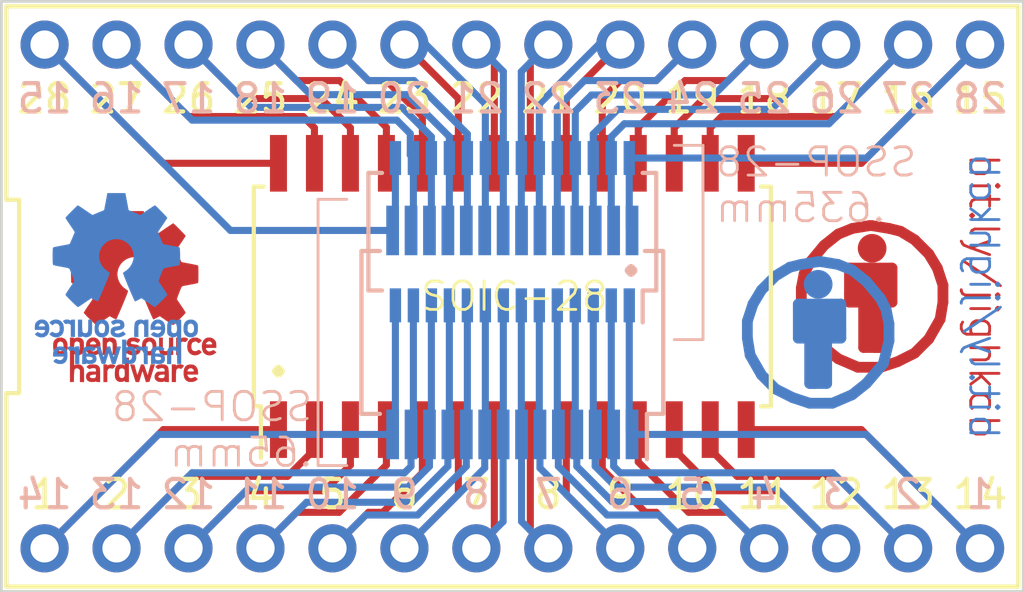
<source format=kicad_pcb>
(kicad_pcb (version 20171130) (host pcbnew 5.1.6-c6e7f7d~87~ubuntu18.04.1)

  (general
    (thickness 1.6)
    (drawings 73)
    (tracks 244)
    (zones 0)
    (modules 8)
    (nets 29)
  )

  (page A4)
  (layers
    (0 F.Cu signal)
    (31 B.Cu signal)
    (32 B.Adhes user)
    (33 F.Adhes user)
    (34 B.Paste user)
    (35 F.Paste user)
    (36 B.SilkS user)
    (37 F.SilkS user)
    (38 B.Mask user)
    (39 F.Mask user)
    (40 Dwgs.User user)
    (41 Cmts.User user)
    (42 Eco1.User user)
    (43 Eco2.User user)
    (44 Edge.Cuts user)
    (45 Margin user)
    (46 B.CrtYd user)
    (47 F.CrtYd user)
    (48 B.Fab user)
    (49 F.Fab user)
  )

  (setup
    (last_trace_width 0.25)
    (trace_clearance 0.2)
    (zone_clearance 0.508)
    (zone_45_only no)
    (trace_min 0.2)
    (via_size 0.8)
    (via_drill 0.4)
    (via_min_size 0.4)
    (via_min_drill 0.3)
    (uvia_size 0.3)
    (uvia_drill 0.1)
    (uvias_allowed no)
    (uvia_min_size 0.2)
    (uvia_min_drill 0.1)
    (edge_width 0.1)
    (segment_width 0.2)
    (pcb_text_width 0.3)
    (pcb_text_size 1.5 1.5)
    (mod_edge_width 0.15)
    (mod_text_size 1 1)
    (mod_text_width 0.15)
    (pad_size 1.524 1.524)
    (pad_drill 0.762)
    (pad_to_mask_clearance 0)
    (aux_axis_origin 0 0)
    (visible_elements FFFFFF7F)
    (pcbplotparams
      (layerselection 0x010fc_ffffffff)
      (usegerberextensions false)
      (usegerberattributes true)
      (usegerberadvancedattributes true)
      (creategerberjobfile true)
      (excludeedgelayer true)
      (linewidth 0.100000)
      (plotframeref false)
      (viasonmask false)
      (mode 1)
      (useauxorigin false)
      (hpglpennumber 1)
      (hpglpenspeed 20)
      (hpglpendiameter 15.000000)
      (psnegative false)
      (psa4output false)
      (plotreference true)
      (plotvalue true)
      (plotinvisibletext false)
      (padsonsilk false)
      (subtractmaskfromsilk false)
      (outputformat 1)
      (mirror false)
      (drillshape 1)
      (scaleselection 1)
      (outputdirectory ""))
  )

  (net 0 "")
  (net 1 /D28_28)
  (net 2 /D28_1)
  (net 3 /D28_27)
  (net 4 /D28_2)
  (net 5 /D28_26)
  (net 6 /D28_3)
  (net 7 /D28_25)
  (net 8 /D28_4)
  (net 9 /D28_24)
  (net 10 /D28_5)
  (net 11 /D28_23)
  (net 12 /D28_6)
  (net 13 /D28_22)
  (net 14 /D28_7)
  (net 15 /D28_21)
  (net 16 /D28_8)
  (net 17 /D28_20)
  (net 18 /D28_9)
  (net 19 /D28_19)
  (net 20 /D28_10)
  (net 21 /D28_18)
  (net 22 /D28_11)
  (net 23 /D28_17)
  (net 24 /D28_12)
  (net 25 /D28_16)
  (net 26 /D28_13)
  (net 27 /D28_15)
  (net 28 /D28_14)

  (net_class Default "This is the default net class."
    (clearance 0.2)
    (trace_width 0.25)
    (via_dia 0.8)
    (via_drill 0.4)
    (uvia_dia 0.3)
    (uvia_drill 0.1)
    (add_net /D28_1)
    (add_net /D28_10)
    (add_net /D28_11)
    (add_net /D28_12)
    (add_net /D28_13)
    (add_net /D28_14)
    (add_net /D28_15)
    (add_net /D28_16)
    (add_net /D28_17)
    (add_net /D28_18)
    (add_net /D28_19)
    (add_net /D28_2)
    (add_net /D28_20)
    (add_net /D28_21)
    (add_net /D28_22)
    (add_net /D28_23)
    (add_net /D28_24)
    (add_net /D28_25)
    (add_net /D28_26)
    (add_net /D28_27)
    (add_net /D28_28)
    (add_net /D28_3)
    (add_net /D28_4)
    (add_net /D28_5)
    (add_net /D28_6)
    (add_net /D28_7)
    (add_net /D28_8)
    (add_net /D28_9)
  )

  (module Symbol:Symbol_CC-Attribution_CopperTop_Small (layer F.Cu) (tedit 5C8AFAA5) (tstamp 5F3D8ACD)
    (at 29.21 -8.89)
    (descr "Symbol, CC-Share Alike, Copper Top, Small,")
    (tags "Symbol, CC-Share Alike, Copper Top, Small,")
    (attr virtual)
    (fp_text reference REF** (at 0.59944 -7.29996) (layer F.SilkS) hide
      (effects (font (size 1 1) (thickness 0.15)))
    )
    (fp_text value Symbol_CC-Attribution_CopperTop_Small (at -2.54 12.7) (layer F.Fab) hide
      (effects (font (size 1 1) (thickness 0.15)))
    )
    (fp_line (start 0.59944 -2.4003) (end 0 -2.49936) (layer F.Cu) (width 0.381))
    (fp_line (start 1.00076 -2.30124) (end 0.59944 -2.4003) (layer F.Cu) (width 0.381))
    (fp_line (start 1.50114 -1.99898) (end 1.00076 -2.30124) (layer F.Cu) (width 0.381))
    (fp_line (start 1.99898 -1.50114) (end 1.50114 -1.99898) (layer F.Cu) (width 0.381))
    (fp_line (start 2.30124 -1.00076) (end 1.99898 -1.50114) (layer F.Cu) (width 0.381))
    (fp_line (start 2.49936 -0.39878) (end 2.30124 -1.00076) (layer F.Cu) (width 0.381))
    (fp_line (start 2.49936 0.20066) (end 2.49936 -0.39878) (layer F.Cu) (width 0.381))
    (fp_line (start 2.4003 0.8001) (end 2.49936 0.20066) (layer F.Cu) (width 0.381))
    (fp_line (start 1.99898 1.50114) (end 2.4003 0.8001) (layer F.Cu) (width 0.381))
    (fp_line (start 1.50114 1.99898) (end 1.99898 1.50114) (layer F.Cu) (width 0.381))
    (fp_line (start 0.89916 2.30124) (end 1.50114 1.99898) (layer F.Cu) (width 0.381))
    (fp_line (start 0.29972 2.49936) (end 0.89916 2.30124) (layer F.Cu) (width 0.381))
    (fp_line (start -0.50038 2.49936) (end 0.29972 2.49936) (layer F.Cu) (width 0.381))
    (fp_line (start -1.19888 2.19964) (end -0.50038 2.49936) (layer F.Cu) (width 0.381))
    (fp_line (start -1.69926 1.80086) (end -1.19888 2.19964) (layer F.Cu) (width 0.381))
    (fp_line (start -2.30124 1.09982) (end -1.69926 1.80086) (layer F.Cu) (width 0.381))
    (fp_line (start -2.49936 0.29972) (end -2.30124 1.09982) (layer F.Cu) (width 0.381))
    (fp_line (start -2.49936 -0.29972) (end -2.49936 0.29972) (layer F.Cu) (width 0.381))
    (fp_line (start -2.4003 -0.8001) (end -2.49936 -0.29972) (layer F.Cu) (width 0.381))
    (fp_line (start -2.19964 -1.19888) (end -2.4003 -0.8001) (layer F.Cu) (width 0.381))
    (fp_line (start -1.69926 -1.80086) (end -2.19964 -1.19888) (layer F.Cu) (width 0.381))
    (fp_line (start -1.19888 -2.19964) (end -1.69926 -1.80086) (layer F.Cu) (width 0.381))
    (fp_line (start -0.70104 -2.4003) (end -1.19888 -2.19964) (layer F.Cu) (width 0.381))
    (fp_line (start -0.09906 -2.49936) (end -0.70104 -2.4003) (layer F.Cu) (width 0.381))
    (fp_line (start 0 -2.49936) (end -0.09906 -2.49936) (layer F.Cu) (width 0.381))
    (fp_circle (center 0 -1.69926) (end 0.09906 -1.39954) (layer F.Cu) (width 0.381))
    (fp_line (start -0.8001 0.20066) (end -0.8001 -1.00076) (layer F.Cu) (width 0.381))
    (fp_line (start 0.70104 0.20066) (end -0.8001 0.20066) (layer F.Cu) (width 0.381))
    (fp_line (start 0.70104 -1.00076) (end 0.70104 0.20066) (layer F.Cu) (width 0.381))
    (fp_line (start -0.8001 -1.00076) (end 0.70104 -1.00076) (layer F.Cu) (width 0.381))
    (fp_line (start -0.29972 1.80086) (end 0.20066 1.80086) (layer F.Cu) (width 0.381))
    (fp_line (start -0.29972 0.29972) (end -0.29972 1.80086) (layer F.Cu) (width 0.381))
    (fp_line (start 0.29972 1.80086) (end 0.29972 0.20066) (layer F.Cu) (width 0.381))
    (fp_line (start 0.09906 1.80086) (end 0.29972 1.80086) (layer F.Cu) (width 0.381))
    (fp_line (start 0 0.29972) (end 0 1.6002) (layer F.Cu) (width 0.381))
    (fp_line (start -0.8001 -0.09906) (end 0.50038 -0.09906) (layer F.Cu) (width 0.381))
    (fp_line (start 0.50038 -0.39878) (end -0.70104 -0.39878) (layer F.Cu) (width 0.381))
    (fp_line (start -0.70104 -0.70104) (end 0.59944 -0.70104) (layer F.Cu) (width 0.381))
    (fp_line (start 0 -1.89992) (end 0 -1.50114) (layer F.Cu) (width 0.381))
  )

  (module Symbol:OSHW-Logo_5.7x6mm_Copper (layer B.Cu) (tedit 0) (tstamp 5F3D8AA6)
    (at 2.54 -9.525 180)
    (descr "Open Source Hardware Logo")
    (tags "Logo OSHW")
    (attr virtual)
    (fp_text reference REF** (at 0 0 180) (layer B.SilkS) hide
      (effects (font (size 1 1) (thickness 0.15)) (justify mirror))
    )
    (fp_text value OSHW-Logo_5.7x6mm_Copper (at 0.75 0 180) (layer B.Fab) hide
      (effects (font (size 1 1) (thickness 0.15)) (justify mirror))
    )
    (fp_poly (pts (xy 0.376964 2.709982) (xy 0.433812 2.40843) (xy 0.853338 2.235488) (xy 1.104984 2.406605)
      (xy 1.175458 2.45425) (xy 1.239163 2.49679) (xy 1.293126 2.532285) (xy 1.334373 2.55879)
      (xy 1.359934 2.574364) (xy 1.366895 2.577722) (xy 1.379435 2.569086) (xy 1.406231 2.545208)
      (xy 1.44428 2.509141) (xy 1.490579 2.463933) (xy 1.542123 2.412636) (xy 1.595909 2.358299)
      (xy 1.648935 2.303972) (xy 1.698195 2.252705) (xy 1.740687 2.207549) (xy 1.773407 2.171554)
      (xy 1.793351 2.14777) (xy 1.798119 2.13981) (xy 1.791257 2.125135) (xy 1.77202 2.092986)
      (xy 1.74243 2.046508) (xy 1.70451 1.988844) (xy 1.660282 1.92314) (xy 1.634654 1.885664)
      (xy 1.587941 1.817232) (xy 1.546432 1.75548) (xy 1.51214 1.703481) (xy 1.48708 1.664308)
      (xy 1.473264 1.641035) (xy 1.471188 1.636145) (xy 1.475895 1.622245) (xy 1.488723 1.58985)
      (xy 1.507738 1.543515) (xy 1.531003 1.487794) (xy 1.556584 1.427242) (xy 1.582545 1.366414)
      (xy 1.60695 1.309864) (xy 1.627863 1.262148) (xy 1.643349 1.227819) (xy 1.651472 1.211432)
      (xy 1.651952 1.210788) (xy 1.664707 1.207659) (xy 1.698677 1.200679) (xy 1.75034 1.190533)
      (xy 1.816176 1.177908) (xy 1.892664 1.163491) (xy 1.93729 1.155177) (xy 2.019021 1.139616)
      (xy 2.092843 1.124808) (xy 2.155021 1.111564) (xy 2.201822 1.100695) (xy 2.229509 1.093011)
      (xy 2.235074 1.090573) (xy 2.240526 1.07407) (xy 2.244924 1.0368) (xy 2.248272 0.98312)
      (xy 2.250574 0.917388) (xy 2.251832 0.843963) (xy 2.252048 0.767204) (xy 2.251227 0.691468)
      (xy 2.249371 0.621114) (xy 2.246482 0.5605) (xy 2.242565 0.513984) (xy 2.237622 0.485925)
      (xy 2.234657 0.480084) (xy 2.216934 0.473083) (xy 2.179381 0.463073) (xy 2.126964 0.451231)
      (xy 2.064652 0.438733) (xy 2.0429 0.43469) (xy 1.938024 0.41548) (xy 1.85518 0.400009)
      (xy 1.79163 0.387663) (xy 1.744637 0.377827) (xy 1.711463 0.369886) (xy 1.689371 0.363224)
      (xy 1.675624 0.357227) (xy 1.667484 0.351281) (xy 1.666345 0.350106) (xy 1.654977 0.331174)
      (xy 1.637635 0.294331) (xy 1.61605 0.244087) (xy 1.591954 0.184954) (xy 1.567079 0.121444)
      (xy 1.543157 0.058068) (xy 1.521919 -0.000662) (xy 1.505097 -0.050235) (xy 1.494422 -0.086139)
      (xy 1.491627 -0.103862) (xy 1.49186 -0.104483) (xy 1.501331 -0.11897) (xy 1.522818 -0.150844)
      (xy 1.554063 -0.196789) (xy 1.592807 -0.253485) (xy 1.636793 -0.317617) (xy 1.649319 -0.335842)
      (xy 1.693984 -0.401914) (xy 1.733288 -0.4622) (xy 1.765088 -0.513235) (xy 1.787245 -0.55156)
      (xy 1.797617 -0.573711) (xy 1.798119 -0.576432) (xy 1.789405 -0.590736) (xy 1.765325 -0.619072)
      (xy 1.728976 -0.658396) (xy 1.683453 -0.705661) (xy 1.631852 -0.757823) (xy 1.577267 -0.811835)
      (xy 1.522794 -0.864653) (xy 1.471529 -0.913231) (xy 1.426567 -0.954523) (xy 1.391004 -0.985485)
      (xy 1.367935 -1.00307) (xy 1.361554 -1.005941) (xy 1.346699 -0.999178) (xy 1.316286 -0.980939)
      (xy 1.275268 -0.954297) (xy 1.243709 -0.932852) (xy 1.186525 -0.893503) (xy 1.118806 -0.847171)
      (xy 1.05088 -0.800913) (xy 1.014361 -0.776155) (xy 0.890752 -0.692547) (xy 0.786991 -0.74865)
      (xy 0.73972 -0.773228) (xy 0.699523 -0.792331) (xy 0.672326 -0.803227) (xy 0.665402 -0.804743)
      (xy 0.657077 -0.793549) (xy 0.640654 -0.761917) (xy 0.617357 -0.712765) (xy 0.588414 -0.64901)
      (xy 0.55505 -0.573571) (xy 0.518491 -0.489364) (xy 0.479964 -0.399308) (xy 0.440694 -0.306321)
      (xy 0.401908 -0.21332) (xy 0.36483 -0.123223) (xy 0.330689 -0.038948) (xy 0.300708 0.036587)
      (xy 0.276116 0.100466) (xy 0.258136 0.149769) (xy 0.247997 0.181579) (xy 0.246366 0.192504)
      (xy 0.259291 0.206439) (xy 0.287589 0.22906) (xy 0.325346 0.255667) (xy 0.328515 0.257772)
      (xy 0.4261 0.335886) (xy 0.504786 0.427018) (xy 0.563891 0.528255) (xy 0.602732 0.636682)
      (xy 0.620628 0.749386) (xy 0.616897 0.863452) (xy 0.590857 0.975966) (xy 0.541825 1.084015)
      (xy 0.5274 1.107655) (xy 0.452369 1.203113) (xy 0.36373 1.279768) (xy 0.264549 1.33722)
      (xy 0.157895 1.375071) (xy 0.046836 1.392922) (xy -0.065561 1.390375) (xy -0.176227 1.36703)
      (xy -0.282094 1.32249) (xy -0.380095 1.256355) (xy -0.41041 1.229513) (xy -0.487562 1.145488)
      (xy -0.543782 1.057034) (xy -0.582347 0.957885) (xy -0.603826 0.859697) (xy -0.609128 0.749303)
      (xy -0.591448 0.63836) (xy -0.552581 0.530619) (xy -0.494323 0.429831) (xy -0.418469 0.339744)
      (xy -0.326817 0.264108) (xy -0.314772 0.256136) (xy -0.276611 0.230026) (xy -0.247601 0.207405)
      (xy -0.233732 0.192961) (xy -0.233531 0.192504) (xy -0.236508 0.176879) (xy -0.248311 0.141418)
      (xy -0.267714 0.089038) (xy -0.293488 0.022655) (xy -0.324409 -0.054814) (xy -0.359249 -0.14045)
      (xy -0.396783 -0.231337) (xy -0.435783 -0.324559) (xy -0.475023 -0.417197) (xy -0.513276 -0.506335)
      (xy -0.549317 -0.589055) (xy -0.581917 -0.662441) (xy -0.609852 -0.723575) (xy -0.631895 -0.769541)
      (xy -0.646818 -0.797421) (xy -0.652828 -0.804743) (xy -0.671191 -0.799041) (xy -0.705552 -0.783749)
      (xy -0.749984 -0.761599) (xy -0.774417 -0.74865) (xy -0.878178 -0.692547) (xy -1.001787 -0.776155)
      (xy -1.064886 -0.818987) (xy -1.13397 -0.866122) (xy -1.198707 -0.910503) (xy -1.231134 -0.932852)
      (xy -1.276741 -0.963477) (xy -1.31536 -0.987747) (xy -1.341952 -1.002587) (xy -1.35059 -1.005724)
      (xy -1.363161 -0.997261) (xy -1.390984 -0.973636) (xy -1.431361 -0.937302) (xy -1.481595 -0.890711)
      (xy -1.538988 -0.836317) (xy -1.575286 -0.801392) (xy -1.63879 -0.738996) (xy -1.693673 -0.683188)
      (xy -1.737714 -0.636354) (xy -1.768695 -0.600882) (xy -1.784398 -0.579161) (xy -1.785905 -0.574752)
      (xy -1.778914 -0.557985) (xy -1.759594 -0.524082) (xy -1.730091 -0.476476) (xy -1.692545 -0.418599)
      (xy -1.6491 -0.353884) (xy -1.636745 -0.335842) (xy -1.591727 -0.270267) (xy -1.55134 -0.211228)
      (xy -1.51784 -0.162042) (xy -1.493486 -0.126028) (xy -1.480536 -0.106502) (xy -1.479285 -0.104483)
      (xy -1.481156 -0.088922) (xy -1.491087 -0.054709) (xy -1.507347 -0.006355) (xy -1.528205 0.051629)
      (xy -1.551927 0.11473) (xy -1.576784 0.178437) (xy -1.601042 0.238239) (xy -1.622971 0.289624)
      (xy -1.640838 0.328081) (xy -1.652913 0.349098) (xy -1.653771 0.350106) (xy -1.661154 0.356112)
      (xy -1.673625 0.362052) (xy -1.69392 0.36854) (xy -1.724778 0.376191) (xy -1.768934 0.38562)
      (xy -1.829126 0.397441) (xy -1.908093 0.412271) (xy -2.00857 0.430723) (xy -2.030325 0.43469)
      (xy -2.094802 0.447147) (xy -2.151011 0.459334) (xy -2.193987 0.470074) (xy -2.21876 0.478191)
      (xy -2.222082 0.480084) (xy -2.227556 0.496862) (xy -2.232006 0.534355) (xy -2.235428 0.588206)
      (xy -2.237819 0.654056) (xy -2.239177 0.727547) (xy -2.239499 0.80432) (xy -2.238781 0.880017)
      (xy -2.237021 0.95028) (xy -2.234216 1.01075) (xy -2.230362 1.05707) (xy -2.225457 1.084881)
      (xy -2.2225 1.090573) (xy -2.206037 1.096314) (xy -2.168551 1.105655) (xy -2.113775 1.117785)
      (xy -2.045445 1.131893) (xy -1.967294 1.14717) (xy -1.924716 1.155177) (xy -1.843929 1.170279)
      (xy -1.771887 1.18396) (xy -1.712111 1.195533) (xy -1.668121 1.204313) (xy -1.643439 1.209613)
      (xy -1.639377 1.210788) (xy -1.632511 1.224035) (xy -1.617998 1.255943) (xy -1.597771 1.301953)
      (xy -1.573766 1.357508) (xy -1.547918 1.418047) (xy -1.52216 1.479014) (xy -1.498427 1.535849)
      (xy -1.478654 1.583994) (xy -1.464776 1.61889) (xy -1.458726 1.635979) (xy -1.458614 1.636726)
      (xy -1.465472 1.650207) (xy -1.484698 1.68123) (xy -1.514272 1.726711) (xy -1.552173 1.783568)
      (xy -1.59638 1.848717) (xy -1.622079 1.886138) (xy -1.668907 1.954753) (xy -1.710499 2.017048)
      (xy -1.744825 2.069871) (xy -1.769857 2.110073) (xy -1.783565 2.1345) (xy -1.785544 2.139976)
      (xy -1.777034 2.152722) (xy -1.753507 2.179937) (xy -1.717968 2.218572) (xy -1.673423 2.265577)
      (xy -1.622877 2.317905) (xy -1.569336 2.372505) (xy -1.515805 2.42633) (xy -1.465289 2.47633)
      (xy -1.420794 2.519457) (xy -1.385325 2.552661) (xy -1.361887 2.572894) (xy -1.354046 2.577722)
      (xy -1.34128 2.570933) (xy -1.310744 2.551858) (xy -1.26541 2.522439) (xy -1.208244 2.484619)
      (xy -1.142216 2.440339) (xy -1.09241 2.406605) (xy -0.840764 2.235488) (xy -0.631001 2.321959)
      (xy -0.421237 2.40843) (xy -0.364389 2.709982) (xy -0.30754 3.011534) (xy 0.320115 3.011534)
      (xy 0.376964 2.709982)) (layer B.Cu) (width 0.01))
    (fp_poly (pts (xy 1.79946 -1.45803) (xy 1.842711 -1.471245) (xy 1.870558 -1.487941) (xy 1.879629 -1.501145)
      (xy 1.877132 -1.516797) (xy 1.860931 -1.541385) (xy 1.847232 -1.5588) (xy 1.818992 -1.590283)
      (xy 1.797775 -1.603529) (xy 1.779688 -1.602664) (xy 1.726035 -1.58901) (xy 1.68663 -1.58963)
      (xy 1.654632 -1.605104) (xy 1.64389 -1.614161) (xy 1.609505 -1.646027) (xy 1.609505 -2.062179)
      (xy 1.471188 -2.062179) (xy 1.471188 -1.458614) (xy 1.540347 -1.458614) (xy 1.581869 -1.460256)
      (xy 1.603291 -1.466087) (xy 1.609502 -1.477461) (xy 1.609505 -1.477798) (xy 1.612439 -1.489713)
      (xy 1.625704 -1.488159) (xy 1.644084 -1.479563) (xy 1.682046 -1.463568) (xy 1.712872 -1.453945)
      (xy 1.752536 -1.451478) (xy 1.79946 -1.45803)) (layer B.Cu) (width 0.01))
    (fp_poly (pts (xy -0.754012 -1.469002) (xy -0.722717 -1.48395) (xy -0.692409 -1.505541) (xy -0.669318 -1.530391)
      (xy -0.6525 -1.562087) (xy -0.641006 -1.604214) (xy -0.633891 -1.660358) (xy -0.630207 -1.734106)
      (xy -0.629008 -1.829044) (xy -0.628989 -1.838985) (xy -0.628713 -2.062179) (xy -0.76703 -2.062179)
      (xy -0.76703 -1.856418) (xy -0.767128 -1.780189) (xy -0.767809 -1.724939) (xy -0.769651 -1.686501)
      (xy -0.773233 -1.660706) (xy -0.779132 -1.643384) (xy -0.787927 -1.630368) (xy -0.80018 -1.617507)
      (xy -0.843047 -1.589873) (xy -0.889843 -1.584745) (xy -0.934424 -1.602217) (xy -0.949928 -1.615221)
      (xy -0.96131 -1.627447) (xy -0.969481 -1.64054) (xy -0.974974 -1.658615) (xy -0.97832 -1.685787)
      (xy -0.980051 -1.72617) (xy -0.980697 -1.783879) (xy -0.980792 -1.854132) (xy -0.980792 -2.062179)
      (xy -1.119109 -2.062179) (xy -1.119109 -1.458614) (xy -1.04995 -1.458614) (xy -1.008428 -1.460256)
      (xy -0.987006 -1.466087) (xy -0.980795 -1.477461) (xy -0.980792 -1.477798) (xy -0.97791 -1.488938)
      (xy -0.965199 -1.487674) (xy -0.939926 -1.475434) (xy -0.882605 -1.457424) (xy -0.817037 -1.455421)
      (xy -0.754012 -1.469002)) (layer B.Cu) (width 0.01))
    (fp_poly (pts (xy 2.677898 -1.456457) (xy 2.710096 -1.464279) (xy 2.771825 -1.492921) (xy 2.82461 -1.536667)
      (xy 2.861141 -1.589117) (xy 2.86616 -1.600893) (xy 2.873045 -1.63174) (xy 2.877864 -1.677371)
      (xy 2.879505 -1.723492) (xy 2.879505 -1.810693) (xy 2.697178 -1.810693) (xy 2.621979 -1.810978)
      (xy 2.569003 -1.812704) (xy 2.535325 -1.817181) (xy 2.51802 -1.82572) (xy 2.514163 -1.83963)
      (xy 2.520829 -1.860222) (xy 2.53277 -1.884315) (xy 2.56608 -1.924525) (xy 2.612368 -1.944558)
      (xy 2.668944 -1.943905) (xy 2.733031 -1.922101) (xy 2.788417 -1.895193) (xy 2.834375 -1.931532)
      (xy 2.880333 -1.967872) (xy 2.837096 -2.007819) (xy 2.779374 -2.045563) (xy 2.708386 -2.06832)
      (xy 2.632029 -2.074688) (xy 2.558199 -2.063268) (xy 2.546287 -2.059393) (xy 2.481399 -2.025506)
      (xy 2.43313 -1.974986) (xy 2.400465 -1.906325) (xy 2.382385 -1.818014) (xy 2.382175 -1.816121)
      (xy 2.380556 -1.719878) (xy 2.3871 -1.685542) (xy 2.514852 -1.685542) (xy 2.526584 -1.690822)
      (xy 2.558438 -1.694867) (xy 2.605397 -1.697176) (xy 2.635154 -1.697525) (xy 2.690648 -1.697306)
      (xy 2.725346 -1.695916) (xy 2.743601 -1.692251) (xy 2.749766 -1.68521) (xy 2.748195 -1.67369)
      (xy 2.746878 -1.669233) (xy 2.724382 -1.627355) (xy 2.689003 -1.593604) (xy 2.65778 -1.578773)
      (xy 2.616301 -1.579668) (xy 2.574269 -1.598164) (xy 2.539012 -1.628786) (xy 2.517854 -1.666062)
      (xy 2.514852 -1.685542) (xy 2.3871 -1.685542) (xy 2.39669 -1.635229) (xy 2.428698 -1.564191)
      (xy 2.474701 -1.508779) (xy 2.532821 -1.471009) (xy 2.60118 -1.452896) (xy 2.677898 -1.456457)) (layer B.Cu) (width 0.01))
    (fp_poly (pts (xy 2.217226 -1.46388) (xy 2.29008 -1.49483) (xy 2.313027 -1.509895) (xy 2.342354 -1.533048)
      (xy 2.360764 -1.551253) (xy 2.363961 -1.557183) (xy 2.354935 -1.57034) (xy 2.331837 -1.592667)
      (xy 2.313344 -1.60825) (xy 2.262728 -1.648926) (xy 2.22276 -1.615295) (xy 2.191874 -1.593584)
      (xy 2.161759 -1.58609) (xy 2.127292 -1.58792) (xy 2.072561 -1.601528) (xy 2.034886 -1.629772)
      (xy 2.011991 -1.675433) (xy 2.001597 -1.741289) (xy 2.001595 -1.741331) (xy 2.002494 -1.814939)
      (xy 2.016463 -1.868946) (xy 2.044328 -1.905716) (xy 2.063325 -1.918168) (xy 2.113776 -1.933673)
      (xy 2.167663 -1.933683) (xy 2.214546 -1.918638) (xy 2.225644 -1.911287) (xy 2.253476 -1.892511)
      (xy 2.275236 -1.889434) (xy 2.298704 -1.903409) (xy 2.324649 -1.92851) (xy 2.365716 -1.97088)
      (xy 2.320121 -2.008464) (xy 2.249674 -2.050882) (xy 2.170233 -2.071785) (xy 2.087215 -2.070272)
      (xy 2.032694 -2.056411) (xy 1.96897 -2.022135) (xy 1.918005 -1.968212) (xy 1.894851 -1.930149)
      (xy 1.876099 -1.875536) (xy 1.866715 -1.806369) (xy 1.866643 -1.731407) (xy 1.875824 -1.659409)
      (xy 1.894199 -1.599137) (xy 1.897093 -1.592958) (xy 1.939952 -1.532351) (xy 1.997979 -1.488224)
      (xy 2.066591 -1.461493) (xy 2.141201 -1.453073) (xy 2.217226 -1.46388)) (layer B.Cu) (width 0.01))
    (fp_poly (pts (xy 0.993367 -1.654342) (xy 0.994555 -1.746563) (xy 0.998897 -1.81661) (xy 1.007558 -1.867381)
      (xy 1.021704 -1.901772) (xy 1.0425 -1.922679) (xy 1.07111 -1.933) (xy 1.106535 -1.935636)
      (xy 1.143636 -1.932682) (xy 1.171818 -1.921889) (xy 1.192243 -1.90036) (xy 1.206079 -1.865199)
      (xy 1.214491 -1.81351) (xy 1.218643 -1.742394) (xy 1.219703 -1.654342) (xy 1.219703 -1.458614)
      (xy 1.35802 -1.458614) (xy 1.35802 -2.062179) (xy 1.288862 -2.062179) (xy 1.24717 -2.060489)
      (xy 1.225701 -2.054556) (xy 1.219703 -2.043293) (xy 1.216091 -2.033261) (xy 1.201714 -2.035383)
      (xy 1.172736 -2.04958) (xy 1.106319 -2.07148) (xy 1.035875 -2.069928) (xy 0.968377 -2.046147)
      (xy 0.936233 -2.027362) (xy 0.911715 -2.007022) (xy 0.893804 -1.981573) (xy 0.881479 -1.947458)
      (xy 0.873723 -1.901121) (xy 0.869516 -1.839007) (xy 0.86784 -1.757561) (xy 0.867624 -1.694578)
      (xy 0.867624 -1.458614) (xy 0.993367 -1.458614) (xy 0.993367 -1.654342)) (layer B.Cu) (width 0.01))
    (fp_poly (pts (xy 0.610762 -1.466055) (xy 0.674363 -1.500692) (xy 0.724123 -1.555372) (xy 0.747568 -1.599842)
      (xy 0.757634 -1.639121) (xy 0.764156 -1.695116) (xy 0.766951 -1.759621) (xy 0.765836 -1.824429)
      (xy 0.760626 -1.881334) (xy 0.754541 -1.911727) (xy 0.734014 -1.953306) (xy 0.698463 -1.997468)
      (xy 0.655619 -2.036087) (xy 0.613211 -2.061034) (xy 0.612177 -2.06143) (xy 0.559553 -2.072331)
      (xy 0.497188 -2.072601) (xy 0.437924 -2.062676) (xy 0.41504 -2.054722) (xy 0.356102 -2.0213)
      (xy 0.31389 -1.977511) (xy 0.286156 -1.919538) (xy 0.270651 -1.843565) (xy 0.267143 -1.803771)
      (xy 0.26759 -1.753766) (xy 0.402376 -1.753766) (xy 0.406917 -1.826732) (xy 0.419986 -1.882334)
      (xy 0.440756 -1.917861) (xy 0.455552 -1.92802) (xy 0.493464 -1.935104) (xy 0.538527 -1.933007)
      (xy 0.577487 -1.922812) (xy 0.587704 -1.917204) (xy 0.614659 -1.884538) (xy 0.632451 -1.834545)
      (xy 0.640024 -1.773705) (xy 0.636325 -1.708497) (xy 0.628057 -1.669253) (xy 0.60432 -1.623805)
      (xy 0.566849 -1.595396) (xy 0.52172 -1.585573) (xy 0.475011 -1.595887) (xy 0.439132 -1.621112)
      (xy 0.420277 -1.641925) (xy 0.409272 -1.662439) (xy 0.404026 -1.690203) (xy 0.402449 -1.732762)
      (xy 0.402376 -1.753766) (xy 0.26759 -1.753766) (xy 0.268094 -1.69758) (xy 0.285388 -1.610501)
      (xy 0.319029 -1.54253) (xy 0.369018 -1.493664) (xy 0.435356 -1.463899) (xy 0.449601 -1.460448)
      (xy 0.53521 -1.452345) (xy 0.610762 -1.466055)) (layer B.Cu) (width 0.01))
    (fp_poly (pts (xy 0.014017 -1.456452) (xy 0.061634 -1.465482) (xy 0.111034 -1.48437) (xy 0.116312 -1.486777)
      (xy 0.153774 -1.506476) (xy 0.179717 -1.524781) (xy 0.188103 -1.536508) (xy 0.180117 -1.555632)
      (xy 0.16072 -1.58385) (xy 0.15211 -1.594384) (xy 0.116628 -1.635847) (xy 0.070885 -1.608858)
      (xy 0.02735 -1.590878) (xy -0.02295 -1.581267) (xy -0.071188 -1.58066) (xy -0.108533 -1.589691)
      (xy -0.117495 -1.595327) (xy -0.134563 -1.621171) (xy -0.136637 -1.650941) (xy -0.123866 -1.674197)
      (xy -0.116312 -1.678708) (xy -0.093675 -1.684309) (xy -0.053885 -1.690892) (xy -0.004834 -1.697183)
      (xy 0.004215 -1.69817) (xy 0.082996 -1.711798) (xy 0.140136 -1.734946) (xy 0.17803 -1.769752)
      (xy 0.199079 -1.818354) (xy 0.205635 -1.877718) (xy 0.196577 -1.945198) (xy 0.167164 -1.998188)
      (xy 0.117278 -2.036783) (xy 0.0468 -2.061081) (xy -0.031435 -2.070667) (xy -0.095234 -2.070552)
      (xy -0.146984 -2.061845) (xy -0.182327 -2.049825) (xy -0.226983 -2.02888) (xy -0.268253 -2.004574)
      (xy -0.282921 -1.993876) (xy -0.320643 -1.963084) (xy -0.275148 -1.917049) (xy -0.229653 -1.871013)
      (xy -0.177928 -1.905243) (xy -0.126048 -1.930952) (xy -0.070649 -1.944399) (xy -0.017395 -1.945818)
      (xy 0.028049 -1.935443) (xy 0.060016 -1.913507) (xy 0.070338 -1.894998) (xy 0.068789 -1.865314)
      (xy 0.04314 -1.842615) (xy -0.00654 -1.82694) (xy -0.060969 -1.819695) (xy -0.144736 -1.805873)
      (xy -0.206967 -1.779796) (xy -0.248493 -1.740699) (xy -0.270147 -1.68782) (xy -0.273147 -1.625126)
      (xy -0.258329 -1.559642) (xy -0.224546 -1.510144) (xy -0.171495 -1.476408) (xy -0.098874 -1.458207)
      (xy -0.045072 -1.454639) (xy 0.014017 -1.456452)) (layer B.Cu) (width 0.01))
    (fp_poly (pts (xy -1.356699 -1.472614) (xy -1.344168 -1.478514) (xy -1.300799 -1.510283) (xy -1.25979 -1.556646)
      (xy -1.229168 -1.607696) (xy -1.220459 -1.631166) (xy -1.212512 -1.673091) (xy -1.207774 -1.723757)
      (xy -1.207199 -1.744679) (xy -1.207129 -1.810693) (xy -1.587083 -1.810693) (xy -1.578983 -1.845273)
      (xy -1.559104 -1.88617) (xy -1.524347 -1.921514) (xy -1.482998 -1.944282) (xy -1.456649 -1.94901)
      (xy -1.420916 -1.943273) (xy -1.378282 -1.928882) (xy -1.363799 -1.922262) (xy -1.31024 -1.895513)
      (xy -1.264533 -1.930376) (xy -1.238158 -1.953955) (xy -1.224124 -1.973417) (xy -1.223414 -1.979129)
      (xy -1.235951 -1.992973) (xy -1.263428 -2.014012) (xy -1.288366 -2.030425) (xy -1.355664 -2.05993)
      (xy -1.43111 -2.073284) (xy -1.505888 -2.069812) (xy -1.565495 -2.051663) (xy -1.626941 -2.012784)
      (xy -1.670608 -1.961595) (xy -1.697926 -1.895367) (xy -1.710322 -1.811371) (xy -1.711421 -1.772936)
      (xy -1.707022 -1.684861) (xy -1.706482 -1.682299) (xy -1.580582 -1.682299) (xy -1.577115 -1.690558)
      (xy -1.562863 -1.695113) (xy -1.53347 -1.697065) (xy -1.484575 -1.697517) (xy -1.465748 -1.697525)
      (xy -1.408467 -1.696843) (xy -1.372141 -1.694364) (xy -1.352604 -1.689443) (xy -1.34569 -1.681434)
      (xy -1.345445 -1.678862) (xy -1.353336 -1.658423) (xy -1.373085 -1.629789) (xy -1.381575 -1.619763)
      (xy -1.413094 -1.591408) (xy -1.445949 -1.580259) (xy -1.463651 -1.579327) (xy -1.511539 -1.590981)
      (xy -1.551699 -1.622285) (xy -1.577173 -1.667752) (xy -1.577625 -1.669233) (xy -1.580582 -1.682299)
      (xy -1.706482 -1.682299) (xy -1.692392 -1.61551) (xy -1.666038 -1.560025) (xy -1.633807 -1.520639)
      (xy -1.574217 -1.477931) (xy -1.504168 -1.455109) (xy -1.429661 -1.453046) (xy -1.356699 -1.472614)) (layer B.Cu) (width 0.01))
    (fp_poly (pts (xy -2.538261 -1.465148) (xy -2.472479 -1.494231) (xy -2.42254 -1.542793) (xy -2.388374 -1.610908)
      (xy -2.369907 -1.698651) (xy -2.368583 -1.712351) (xy -2.367546 -1.808939) (xy -2.380993 -1.893602)
      (xy -2.408108 -1.962221) (xy -2.422627 -1.984294) (xy -2.473201 -2.031011) (xy -2.537609 -2.061268)
      (xy -2.609666 -2.073824) (xy -2.683185 -2.067439) (xy -2.739072 -2.047772) (xy -2.787132 -2.014629)
      (xy -2.826412 -1.971175) (xy -2.827092 -1.970158) (xy -2.843044 -1.943338) (xy -2.85341 -1.916368)
      (xy -2.859688 -1.882332) (xy -2.863373 -1.83431) (xy -2.864997 -1.794931) (xy -2.865672 -1.759219)
      (xy -2.739955 -1.759219) (xy -2.738726 -1.79477) (xy -2.734266 -1.842094) (xy -2.726397 -1.872465)
      (xy -2.712207 -1.894072) (xy -2.698917 -1.906694) (xy -2.651802 -1.933122) (xy -2.602505 -1.936653)
      (xy -2.556593 -1.917639) (xy -2.533638 -1.896331) (xy -2.517096 -1.874859) (xy -2.507421 -1.854313)
      (xy -2.503174 -1.827574) (xy -2.50292 -1.787523) (xy -2.504228 -1.750638) (xy -2.507043 -1.697947)
      (xy -2.511505 -1.663772) (xy -2.519548 -1.64148) (xy -2.533103 -1.624442) (xy -2.543845 -1.614703)
      (xy -2.588777 -1.589123) (xy -2.637249 -1.587847) (xy -2.677894 -1.602999) (xy -2.712567 -1.634642)
      (xy -2.733224 -1.68662) (xy -2.739955 -1.759219) (xy -2.865672 -1.759219) (xy -2.866479 -1.716621)
      (xy -2.863948 -1.658056) (xy -2.856362 -1.614007) (xy -2.842681 -1.579248) (xy -2.821865 -1.548551)
      (xy -2.814147 -1.539436) (xy -2.765889 -1.494021) (xy -2.714128 -1.467493) (xy -2.650828 -1.456379)
      (xy -2.619961 -1.455471) (xy -2.538261 -1.465148)) (layer B.Cu) (width 0.01))
    (fp_poly (pts (xy 2.032581 -2.40497) (xy 2.092685 -2.420597) (xy 2.143021 -2.452848) (xy 2.167393 -2.47694)
      (xy 2.207345 -2.533895) (xy 2.230242 -2.599965) (xy 2.238108 -2.681182) (xy 2.238148 -2.687748)
      (xy 2.238218 -2.753763) (xy 1.858264 -2.753763) (xy 1.866363 -2.788342) (xy 1.880987 -2.819659)
      (xy 1.906581 -2.852291) (xy 1.911935 -2.8575) (xy 1.957943 -2.885694) (xy 2.01041 -2.890475)
      (xy 2.070803 -2.871926) (xy 2.08104 -2.866931) (xy 2.112439 -2.851745) (xy 2.13347 -2.843094)
      (xy 2.137139 -2.842293) (xy 2.149948 -2.850063) (xy 2.174378 -2.869072) (xy 2.186779 -2.87946)
      (xy 2.212476 -2.903321) (xy 2.220915 -2.919077) (xy 2.215058 -2.933571) (xy 2.211928 -2.937534)
      (xy 2.190725 -2.954879) (xy 2.155738 -2.975959) (xy 2.131337 -2.988265) (xy 2.062072 -3.009946)
      (xy 1.985388 -3.016971) (xy 1.912765 -3.008647) (xy 1.892426 -3.002686) (xy 1.829476 -2.968952)
      (xy 1.782815 -2.917045) (xy 1.752173 -2.846459) (xy 1.737282 -2.756692) (xy 1.735647 -2.709753)
      (xy 1.740421 -2.641413) (xy 1.86099 -2.641413) (xy 1.872652 -2.646465) (xy 1.903998 -2.650429)
      (xy 1.949571 -2.652768) (xy 1.980446 -2.653169) (xy 2.035981 -2.652783) (xy 2.071033 -2.650975)
      (xy 2.090262 -2.646773) (xy 2.09833 -2.639203) (xy 2.099901 -2.628218) (xy 2.089121 -2.594381)
      (xy 2.06198 -2.56094) (xy 2.026277 -2.535272) (xy 1.99056 -2.524772) (xy 1.942048 -2.534086)
      (xy 1.900053 -2.561013) (xy 1.870936 -2.599827) (xy 1.86099 -2.641413) (xy 1.740421 -2.641413)
      (xy 1.742599 -2.610236) (xy 1.764055 -2.530949) (xy 1.80047 -2.471263) (xy 1.852297 -2.430549)
      (xy 1.91999 -2.408179) (xy 1.956662 -2.403871) (xy 2.032581 -2.40497)) (layer B.Cu) (width 0.01))
    (fp_poly (pts (xy 1.635255 -2.401486) (xy 1.683595 -2.411015) (xy 1.711114 -2.425125) (xy 1.740064 -2.448568)
      (xy 1.698876 -2.500571) (xy 1.673482 -2.532064) (xy 1.656238 -2.547428) (xy 1.639102 -2.549776)
      (xy 1.614027 -2.542217) (xy 1.602257 -2.537941) (xy 1.55427 -2.531631) (xy 1.510324 -2.545156)
      (xy 1.47806 -2.57571) (xy 1.472819 -2.585452) (xy 1.467112 -2.611258) (xy 1.462706 -2.658817)
      (xy 1.459811 -2.724758) (xy 1.458631 -2.80571) (xy 1.458614 -2.817226) (xy 1.458614 -3.017822)
      (xy 1.320297 -3.017822) (xy 1.320297 -2.401683) (xy 1.389456 -2.401683) (xy 1.429333 -2.402725)
      (xy 1.450107 -2.407358) (xy 1.457789 -2.417849) (xy 1.458614 -2.427745) (xy 1.458614 -2.453806)
      (xy 1.491745 -2.427745) (xy 1.529735 -2.409965) (xy 1.58077 -2.401174) (xy 1.635255 -2.401486)) (layer B.Cu) (width 0.01))
    (fp_poly (pts (xy 1.038411 -2.405417) (xy 1.091411 -2.41829) (xy 1.106731 -2.42511) (xy 1.136428 -2.442974)
      (xy 1.15922 -2.463093) (xy 1.176083 -2.488962) (xy 1.187998 -2.524073) (xy 1.195942 -2.57192)
      (xy 1.200894 -2.635996) (xy 1.203831 -2.719794) (xy 1.204947 -2.775768) (xy 1.209052 -3.017822)
      (xy 1.138932 -3.017822) (xy 1.096393 -3.016038) (xy 1.074476 -3.009942) (xy 1.068812 -2.999706)
      (xy 1.065821 -2.988637) (xy 1.052451 -2.990754) (xy 1.034233 -2.999629) (xy 0.988624 -3.013233)
      (xy 0.930007 -3.016899) (xy 0.868354 -3.010903) (xy 0.813638 -2.995521) (xy 0.80873 -2.993386)
      (xy 0.758723 -2.958255) (xy 0.725756 -2.909419) (xy 0.710587 -2.852333) (xy 0.711746 -2.831824)
      (xy 0.835508 -2.831824) (xy 0.846413 -2.859425) (xy 0.878745 -2.879204) (xy 0.93091 -2.889819)
      (xy 0.958787 -2.891228) (xy 1.005247 -2.88762) (xy 1.036129 -2.873597) (xy 1.043664 -2.866931)
      (xy 1.064076 -2.830666) (xy 1.068812 -2.797773) (xy 1.068812 -2.753763) (xy 1.007513 -2.753763)
      (xy 0.936256 -2.757395) (xy 0.886276 -2.768818) (xy 0.854696 -2.788824) (xy 0.847626 -2.797743)
      (xy 0.835508 -2.831824) (xy 0.711746 -2.831824) (xy 0.713971 -2.792456) (xy 0.736663 -2.735244)
      (xy 0.767624 -2.69658) (xy 0.786376 -2.679864) (xy 0.804733 -2.668878) (xy 0.828619 -2.66218)
      (xy 0.863957 -2.658326) (xy 0.916669 -2.655873) (xy 0.937577 -2.655168) (xy 1.068812 -2.650879)
      (xy 1.06862 -2.611158) (xy 1.063537 -2.569405) (xy 1.045162 -2.544158) (xy 1.008039 -2.52803)
      (xy 1.007043 -2.527742) (xy 0.95441 -2.5214) (xy 0.902906 -2.529684) (xy 0.86463 -2.549827)
      (xy 0.849272 -2.559773) (xy 0.83273 -2.558397) (xy 0.807275 -2.543987) (xy 0.792328 -2.533817)
      (xy 0.763091 -2.512088) (xy 0.74498 -2.4958) (xy 0.742074 -2.491137) (xy 0.75404 -2.467005)
      (xy 0.789396 -2.438185) (xy 0.804753 -2.428461) (xy 0.848901 -2.411714) (xy 0.908398 -2.402227)
      (xy 0.974487 -2.400095) (xy 1.038411 -2.405417)) (layer B.Cu) (width 0.01))
    (fp_poly (pts (xy 0.281524 -2.404237) (xy 0.331255 -2.407971) (xy 0.461291 -2.797773) (xy 0.481678 -2.728614)
      (xy 0.493946 -2.685874) (xy 0.510085 -2.628115) (xy 0.527512 -2.564625) (xy 0.536726 -2.53057)
      (xy 0.571388 -2.401683) (xy 0.714391 -2.401683) (xy 0.671646 -2.536857) (xy 0.650596 -2.603342)
      (xy 0.625167 -2.683539) (xy 0.59861 -2.767193) (xy 0.574902 -2.841782) (xy 0.520902 -3.011535)
      (xy 0.462598 -3.015328) (xy 0.404295 -3.019122) (xy 0.372679 -2.914734) (xy 0.353182 -2.849889)
      (xy 0.331904 -2.7784) (xy 0.313308 -2.715263) (xy 0.312574 -2.71275) (xy 0.298684 -2.669969)
      (xy 0.286429 -2.640779) (xy 0.277846 -2.629741) (xy 0.276082 -2.631018) (xy 0.269891 -2.64813)
      (xy 0.258128 -2.684787) (xy 0.242225 -2.736378) (xy 0.223614 -2.798294) (xy 0.213543 -2.832352)
      (xy 0.159007 -3.017822) (xy 0.043264 -3.017822) (xy -0.049263 -2.725471) (xy -0.075256 -2.643462)
      (xy -0.098934 -2.568987) (xy -0.11918 -2.505544) (xy -0.134874 -2.456632) (xy -0.144898 -2.425749)
      (xy -0.147945 -2.416726) (xy -0.145533 -2.407487) (xy -0.126592 -2.403441) (xy -0.087177 -2.403846)
      (xy -0.081007 -2.404152) (xy -0.007914 -2.407971) (xy 0.039957 -2.58401) (xy 0.057553 -2.648211)
      (xy 0.073277 -2.704649) (xy 0.085746 -2.748422) (xy 0.093574 -2.77463) (xy 0.09502 -2.778903)
      (xy 0.101014 -2.77399) (xy 0.113101 -2.748532) (xy 0.129893 -2.705997) (xy 0.150003 -2.64985)
      (xy 0.167003 -2.59913) (xy 0.231794 -2.400504) (xy 0.281524 -2.404237)) (layer B.Cu) (width 0.01))
    (fp_poly (pts (xy -0.201188 -3.017822) (xy -0.270346 -3.017822) (xy -0.310488 -3.016645) (xy -0.331394 -3.011772)
      (xy -0.338922 -3.001186) (xy -0.339505 -2.994029) (xy -0.340774 -2.979676) (xy -0.348779 -2.976923)
      (xy -0.369815 -2.985771) (xy -0.386173 -2.994029) (xy -0.448977 -3.013597) (xy -0.517248 -3.014729)
      (xy -0.572752 -3.000135) (xy -0.624438 -2.964877) (xy -0.663838 -2.912835) (xy -0.685413 -2.85145)
      (xy -0.685962 -2.848018) (xy -0.689167 -2.810571) (xy -0.690761 -2.756813) (xy -0.690633 -2.716155)
      (xy -0.553279 -2.716155) (xy -0.550097 -2.770194) (xy -0.542859 -2.814735) (xy -0.53306 -2.839888)
      (xy -0.495989 -2.87426) (xy -0.451974 -2.886582) (xy -0.406584 -2.876618) (xy -0.367797 -2.846895)
      (xy -0.353108 -2.826905) (xy -0.344519 -2.80305) (xy -0.340496 -2.76823) (xy -0.339505 -2.71593)
      (xy -0.341278 -2.664139) (xy -0.345963 -2.618634) (xy -0.352603 -2.588181) (xy -0.35371 -2.585452)
      (xy -0.380491 -2.553) (xy -0.419579 -2.535183) (xy -0.463315 -2.532306) (xy -0.504038 -2.544674)
      (xy -0.534087 -2.572593) (xy -0.537204 -2.578148) (xy -0.546961 -2.612022) (xy -0.552277 -2.660728)
      (xy -0.553279 -2.716155) (xy -0.690633 -2.716155) (xy -0.690568 -2.69554) (xy -0.689664 -2.662563)
      (xy -0.683514 -2.580981) (xy -0.670733 -2.51973) (xy -0.649471 -2.474449) (xy -0.617878 -2.440779)
      (xy -0.587207 -2.421014) (xy -0.544354 -2.40712) (xy -0.491056 -2.402354) (xy -0.43648 -2.406236)
      (xy -0.389792 -2.418282) (xy -0.365124 -2.432693) (xy -0.339505 -2.455878) (xy -0.339505 -2.162773)
      (xy -0.201188 -2.162773) (xy -0.201188 -3.017822)) (layer B.Cu) (width 0.01))
    (fp_poly (pts (xy -0.993356 -2.40302) (xy -0.974539 -2.40866) (xy -0.968473 -2.421053) (xy -0.968218 -2.426647)
      (xy -0.967129 -2.44223) (xy -0.959632 -2.444676) (xy -0.939381 -2.433993) (xy -0.927351 -2.426694)
      (xy -0.8894 -2.411063) (xy -0.844072 -2.403334) (xy -0.796544 -2.40274) (xy -0.751995 -2.408513)
      (xy -0.715602 -2.419884) (xy -0.692543 -2.436088) (xy -0.687996 -2.456355) (xy -0.690291 -2.461843)
      (xy -0.70702 -2.484626) (xy -0.732963 -2.512647) (xy -0.737655 -2.517177) (xy -0.762383 -2.538005)
      (xy -0.783718 -2.544735) (xy -0.813555 -2.540038) (xy -0.825508 -2.536917) (xy -0.862705 -2.529421)
      (xy -0.888859 -2.532792) (xy -0.910946 -2.544681) (xy -0.931178 -2.560635) (xy -0.946079 -2.5807)
      (xy -0.956434 -2.608702) (xy -0.963029 -2.648467) (xy -0.966649 -2.703823) (xy -0.968078 -2.778594)
      (xy -0.968218 -2.82374) (xy -0.968218 -3.017822) (xy -1.09396 -3.017822) (xy -1.09396 -2.401683)
      (xy -1.031089 -2.401683) (xy -0.993356 -2.40302)) (layer B.Cu) (width 0.01))
    (fp_poly (pts (xy -1.38421 -2.406555) (xy -1.325055 -2.422339) (xy -1.280023 -2.450948) (xy -1.248246 -2.488419)
      (xy -1.238366 -2.504411) (xy -1.231073 -2.521163) (xy -1.225974 -2.542592) (xy -1.222679 -2.572616)
      (xy -1.220797 -2.615154) (xy -1.219937 -2.674122) (xy -1.219707 -2.75344) (xy -1.219703 -2.774484)
      (xy -1.219703 -3.017822) (xy -1.280059 -3.017822) (xy -1.318557 -3.015126) (xy -1.347023 -3.008295)
      (xy -1.354155 -3.004083) (xy -1.373652 -2.996813) (xy -1.393566 -3.004083) (xy -1.426353 -3.01316)
      (xy -1.473978 -3.016813) (xy -1.526764 -3.015228) (xy -1.575036 -3.008589) (xy -1.603218 -3.000072)
      (xy -1.657753 -2.965063) (xy -1.691835 -2.916479) (xy -1.707157 -2.851882) (xy -1.707299 -2.850223)
      (xy -1.705955 -2.821566) (xy -1.584356 -2.821566) (xy -1.573726 -2.854161) (xy -1.55641 -2.872505)
      (xy -1.521652 -2.886379) (xy -1.475773 -2.891917) (xy -1.428988 -2.889191) (xy -1.391514 -2.878274)
      (xy -1.381015 -2.871269) (xy -1.362668 -2.838904) (xy -1.35802 -2.802111) (xy -1.35802 -2.753763)
      (xy -1.427582 -2.753763) (xy -1.493667 -2.75885) (xy -1.543764 -2.773263) (xy -1.574929 -2.795729)
      (xy -1.584356 -2.821566) (xy -1.705955 -2.821566) (xy -1.703987 -2.779647) (xy -1.68071 -2.723845)
      (xy -1.636948 -2.681647) (xy -1.630899 -2.677808) (xy -1.604907 -2.665309) (xy -1.572735 -2.65774)
      (xy -1.52776 -2.654061) (xy -1.474331 -2.653216) (xy -1.35802 -2.653169) (xy -1.35802 -2.604411)
      (xy -1.362953 -2.566581) (xy -1.375543 -2.541236) (xy -1.377017 -2.539887) (xy -1.405034 -2.5288)
      (xy -1.447326 -2.524503) (xy -1.494064 -2.526615) (xy -1.535418 -2.534756) (xy -1.559957 -2.546965)
      (xy -1.573253 -2.556746) (xy -1.587294 -2.558613) (xy -1.606671 -2.5506) (xy -1.635976 -2.530739)
      (xy -1.679803 -2.497063) (xy -1.683825 -2.493909) (xy -1.681764 -2.482236) (xy -1.664568 -2.462822)
      (xy -1.638433 -2.441248) (xy -1.609552 -2.423096) (xy -1.600478 -2.418809) (xy -1.56738 -2.410256)
      (xy -1.51888 -2.404155) (xy -1.464695 -2.401708) (xy -1.462161 -2.401703) (xy -1.38421 -2.406555)) (layer B.Cu) (width 0.01))
    (fp_poly (pts (xy -1.908759 -1.469184) (xy -1.882247 -1.482282) (xy -1.849553 -1.505106) (xy -1.825725 -1.529996)
      (xy -1.809406 -1.561249) (xy -1.79924 -1.603166) (xy -1.793872 -1.660044) (xy -1.791944 -1.736184)
      (xy -1.791831 -1.768917) (xy -1.792161 -1.840656) (xy -1.793527 -1.891927) (xy -1.7965 -1.927404)
      (xy -1.801649 -1.951763) (xy -1.809543 -1.96968) (xy -1.817757 -1.981902) (xy -1.870187 -2.033905)
      (xy -1.93193 -2.065184) (xy -1.998536 -2.074592) (xy -2.065558 -2.06098) (xy -2.086792 -2.051354)
      (xy -2.137624 -2.024859) (xy -2.137624 -2.440052) (xy -2.100525 -2.420868) (xy -2.051643 -2.406025)
      (xy -1.991561 -2.402222) (xy -1.931564 -2.409243) (xy -1.886256 -2.425013) (xy -1.848675 -2.455047)
      (xy -1.816564 -2.498024) (xy -1.81415 -2.502436) (xy -1.803967 -2.523221) (xy -1.79653 -2.54417)
      (xy -1.791411 -2.569548) (xy -1.788181 -2.603618) (xy -1.786413 -2.650641) (xy -1.785677 -2.714882)
      (xy -1.785544 -2.787176) (xy -1.785544 -3.017822) (xy -1.923861 -3.017822) (xy -1.923861 -2.592533)
      (xy -1.962549 -2.559979) (xy -2.002738 -2.53394) (xy -2.040797 -2.529205) (xy -2.079066 -2.541389)
      (xy -2.099462 -2.55332) (xy -2.114642 -2.570313) (xy -2.125438 -2.595995) (xy -2.132683 -2.633991)
      (xy -2.137208 -2.687926) (xy -2.139844 -2.761425) (xy -2.140772 -2.810347) (xy -2.143911 -3.011535)
      (xy -2.209926 -3.015336) (xy -2.27594 -3.019136) (xy -2.27594 -1.77065) (xy -2.137624 -1.77065)
      (xy -2.134097 -1.840254) (xy -2.122215 -1.888569) (xy -2.10002 -1.918631) (xy -2.065559 -1.933471)
      (xy -2.030742 -1.936436) (xy -1.991329 -1.933028) (xy -1.965171 -1.919617) (xy -1.948814 -1.901896)
      (xy -1.935937 -1.882835) (xy -1.928272 -1.861601) (xy -1.924861 -1.831849) (xy -1.924749 -1.787236)
      (xy -1.925897 -1.74988) (xy -1.928532 -1.693604) (xy -1.932456 -1.656658) (xy -1.939063 -1.633223)
      (xy -1.949749 -1.61748) (xy -1.959833 -1.60838) (xy -2.00197 -1.588537) (xy -2.05184 -1.585332)
      (xy -2.080476 -1.592168) (xy -2.108828 -1.616464) (xy -2.127609 -1.663728) (xy -2.136712 -1.733624)
      (xy -2.137624 -1.77065) (xy -2.27594 -1.77065) (xy -2.27594 -1.458614) (xy -2.206782 -1.458614)
      (xy -2.16526 -1.460256) (xy -2.143838 -1.466087) (xy -2.137626 -1.477461) (xy -2.137624 -1.477798)
      (xy -2.134742 -1.488938) (xy -2.12203 -1.487673) (xy -2.096757 -1.475433) (xy -2.037869 -1.456707)
      (xy -1.971615 -1.454739) (xy -1.908759 -1.469184)) (layer B.Cu) (width 0.01))
  )

  (module Package_SO:SSOP-28_3.9x9.9mm_P0.635mm (layer B.Cu) (tedit 5C79A8F1) (tstamp 5F3D8A60)
    (at 16.51 -11.176 90)
    (descr "SSOP28: plastic shrink small outline package; 28 leads; body width 3.9 mm; lead pitch 0.635; (see http://cds.linear.com/docs/en/datasheet/38901fb.pdf)")
    (tags "SSOP 0.635")
    (path /5C281DE5)
    (attr smd)
    (fp_text reference J4 (at 0 5.9 90) (layer B.SilkS) hide
      (effects (font (size 1 1) (thickness 0.15)) (justify mirror))
    )
    (fp_text value SSOP-28-635 (at -0.1 -6.2 90) (layer B.Fab) hide
      (effects (font (size 1 1) (thickness 0.15)) (justify mirror))
    )
    (fp_line (start -2.075 4.6) (end -3.2 4.6) (layer B.SilkS) (width 0.15))
    (fp_line (start -2.075 -5.08) (end 2.075 -5.08) (layer B.SilkS) (width 0.15))
    (fp_line (start -2.075 5.08) (end 2.075 5.08) (layer B.SilkS) (width 0.15))
    (fp_line (start -2.075 -5.08) (end -2.075 -4.6) (layer B.SilkS) (width 0.15))
    (fp_line (start 2.075 -5.08) (end 2.075 -4.6) (layer B.SilkS) (width 0.15))
    (fp_line (start 2.075 5.08) (end 2.075 4.6) (layer B.SilkS) (width 0.15))
    (fp_line (start -2.075 5.08) (end -2.075 4.6) (layer B.SilkS) (width 0.15))
    (fp_line (start -3.45 -5.2) (end 3.45 -5.2) (layer B.CrtYd) (width 0.05))
    (fp_line (start -3.45 5.2) (end 3.45 5.2) (layer B.CrtYd) (width 0.05))
    (fp_line (start 3.45 5.2) (end 3.45 -5.2) (layer B.CrtYd) (width 0.05))
    (fp_line (start -3.45 5.2) (end -3.45 -5.2) (layer B.CrtYd) (width 0.05))
    (fp_line (start -1.95 4) (end -0.95 4.95) (layer B.Fab) (width 0.15))
    (fp_line (start -1.95 -4.95) (end -1.95 4) (layer B.Fab) (width 0.15))
    (fp_line (start 1.95 -4.95) (end -1.95 -4.95) (layer B.Fab) (width 0.15))
    (fp_line (start 1.95 4.95) (end 1.95 -4.95) (layer B.Fab) (width 0.15))
    (fp_line (start -0.95 4.95) (end 1.95 4.95) (layer B.Fab) (width 0.15))
    (fp_text user %R (at 0 0 90) (layer B.Fab)
      (effects (font (size 0.8 0.8) (thickness 0.15)) (justify mirror))
    )
    (pad 28 smd rect (at 2.6 4.1275 90) (size 1.2 0.4) (layers B.Cu B.Paste B.Mask)
      (net 27 /D28_15))
    (pad 27 smd rect (at 2.6 3.4925 90) (size 1.2 0.4) (layers B.Cu B.Paste B.Mask)
      (net 25 /D28_16))
    (pad 26 smd rect (at 2.6 2.8575 90) (size 1.2 0.4) (layers B.Cu B.Paste B.Mask)
      (net 23 /D28_17))
    (pad 25 smd rect (at 2.6 2.2225 90) (size 1.2 0.4) (layers B.Cu B.Paste B.Mask)
      (net 21 /D28_18))
    (pad 24 smd rect (at 2.6 1.5875 90) (size 1.2 0.4) (layers B.Cu B.Paste B.Mask)
      (net 19 /D28_19))
    (pad 23 smd rect (at 2.6 0.9525 90) (size 1.2 0.4) (layers B.Cu B.Paste B.Mask)
      (net 17 /D28_20))
    (pad 22 smd rect (at 2.6 0.3175 90) (size 1.2 0.4) (layers B.Cu B.Paste B.Mask)
      (net 15 /D28_21))
    (pad 21 smd rect (at 2.6 -0.3175 90) (size 1.2 0.4) (layers B.Cu B.Paste B.Mask)
      (net 13 /D28_22))
    (pad 20 smd rect (at 2.6 -0.9525 90) (size 1.2 0.4) (layers B.Cu B.Paste B.Mask)
      (net 11 /D28_23))
    (pad 19 smd rect (at 2.6 -1.5875 90) (size 1.2 0.4) (layers B.Cu B.Paste B.Mask)
      (net 9 /D28_24))
    (pad 18 smd rect (at 2.6 -2.2225 90) (size 1.2 0.4) (layers B.Cu B.Paste B.Mask)
      (net 7 /D28_25))
    (pad 17 smd rect (at 2.6 -2.8575 90) (size 1.2 0.4) (layers B.Cu B.Paste B.Mask)
      (net 5 /D28_26))
    (pad 16 smd rect (at 2.6 -3.4925 90) (size 1.2 0.4) (layers B.Cu B.Paste B.Mask)
      (net 3 /D28_27))
    (pad 15 smd rect (at 2.6 -4.1275 90) (size 1.2 0.4) (layers B.Cu B.Paste B.Mask)
      (net 1 /D28_28))
    (pad 14 smd rect (at -2.6 -4.1275 90) (size 1.2 0.4) (layers B.Cu B.Paste B.Mask)
      (net 2 /D28_1))
    (pad 13 smd rect (at -2.6 -3.4925 90) (size 1.2 0.4) (layers B.Cu B.Paste B.Mask)
      (net 4 /D28_2))
    (pad 12 smd rect (at -2.6 -2.8575 90) (size 1.2 0.4) (layers B.Cu B.Paste B.Mask)
      (net 6 /D28_3))
    (pad 11 smd rect (at -2.6 -2.2225 90) (size 1.2 0.4) (layers B.Cu B.Paste B.Mask)
      (net 8 /D28_4))
    (pad 10 smd rect (at -2.6 -1.5875 90) (size 1.2 0.4) (layers B.Cu B.Paste B.Mask)
      (net 10 /D28_5))
    (pad 9 smd rect (at -2.6 -0.9525 90) (size 1.2 0.4) (layers B.Cu B.Paste B.Mask)
      (net 12 /D28_6))
    (pad 8 smd rect (at -2.6 -0.3175 90) (size 1.2 0.4) (layers B.Cu B.Paste B.Mask)
      (net 14 /D28_7))
    (pad 7 smd rect (at -2.6 0.3175 90) (size 1.2 0.4) (layers B.Cu B.Paste B.Mask)
      (net 16 /D28_8))
    (pad 6 smd rect (at -2.6 0.9525 90) (size 1.2 0.4) (layers B.Cu B.Paste B.Mask)
      (net 18 /D28_9))
    (pad 5 smd rect (at -2.6 1.5875 90) (size 1.2 0.4) (layers B.Cu B.Paste B.Mask)
      (net 20 /D28_10))
    (pad 4 smd rect (at -2.6 2.2225 90) (size 1.2 0.4) (layers B.Cu B.Paste B.Mask)
      (net 22 /D28_11))
    (pad 3 smd rect (at -2.6 2.8575 90) (size 1.2 0.4) (layers B.Cu B.Paste B.Mask)
      (net 24 /D28_12))
    (pad 2 smd rect (at -2.6 3.4925 90) (size 1.2 0.4) (layers B.Cu B.Paste B.Mask)
      (net 26 /D28_13))
    (pad 1 smd rect (at -2.6 4.1275 90) (size 1.2 0.4) (layers B.Cu B.Paste B.Mask)
      (net 28 /D28_14))
    (model ${KISYS3DMOD}/Package_SO.3dshapes/SSOP-28_3.9x9.9mm_P0.635mm.wrl
      (at (xyz 0 0 0))
      (scale (xyz 1 1 1))
      (rotate (xyz 0 0 0))
    )
  )

  (module Symbol:Symbol_CC-Attribution_CopperTop_Small (layer B.Cu) (tedit 5C8AFAAB) (tstamp 5F3D89D4)
    (at 27.305 -7.62 180)
    (descr "Symbol, CC-Share Alike, Copper Top, Small,")
    (tags "Symbol, CC-Share Alike, Copper Top, Small,")
    (attr virtual)
    (fp_text reference REF** (at 0.59944 7.29996 180) (layer B.SilkS) hide
      (effects (font (size 1 1) (thickness 0.15)) (justify mirror))
    )
    (fp_text value Symbol_CC-Attribution_CopperTop_Small (at 0.59944 -8.001 180) (layer B.Fab) hide
      (effects (font (size 1 1) (thickness 0.15)) (justify mirror))
    )
    (fp_line (start 0 1.89992) (end 0 1.50114) (layer B.Cu) (width 0.381))
    (fp_line (start -0.70104 0.70104) (end 0.59944 0.70104) (layer B.Cu) (width 0.381))
    (fp_line (start 0.50038 0.39878) (end -0.70104 0.39878) (layer B.Cu) (width 0.381))
    (fp_line (start -0.8001 0.09906) (end 0.50038 0.09906) (layer B.Cu) (width 0.381))
    (fp_line (start 0 -0.29972) (end 0 -1.6002) (layer B.Cu) (width 0.381))
    (fp_line (start 0.09906 -1.80086) (end 0.29972 -1.80086) (layer B.Cu) (width 0.381))
    (fp_line (start 0.29972 -1.80086) (end 0.29972 -0.20066) (layer B.Cu) (width 0.381))
    (fp_line (start -0.29972 -0.29972) (end -0.29972 -1.80086) (layer B.Cu) (width 0.381))
    (fp_line (start -0.29972 -1.80086) (end 0.20066 -1.80086) (layer B.Cu) (width 0.381))
    (fp_line (start -0.8001 1.00076) (end 0.70104 1.00076) (layer B.Cu) (width 0.381))
    (fp_line (start 0.70104 1.00076) (end 0.70104 -0.20066) (layer B.Cu) (width 0.381))
    (fp_line (start 0.70104 -0.20066) (end -0.8001 -0.20066) (layer B.Cu) (width 0.381))
    (fp_line (start -0.8001 -0.20066) (end -0.8001 1.00076) (layer B.Cu) (width 0.381))
    (fp_circle (center 0 1.69926) (end 0.09906 1.39954) (layer B.Cu) (width 0.381))
    (fp_line (start 0 2.49936) (end -0.09906 2.49936) (layer B.Cu) (width 0.381))
    (fp_line (start -0.09906 2.49936) (end -0.70104 2.4003) (layer B.Cu) (width 0.381))
    (fp_line (start -0.70104 2.4003) (end -1.19888 2.19964) (layer B.Cu) (width 0.381))
    (fp_line (start -1.19888 2.19964) (end -1.69926 1.80086) (layer B.Cu) (width 0.381))
    (fp_line (start -1.69926 1.80086) (end -2.19964 1.19888) (layer B.Cu) (width 0.381))
    (fp_line (start -2.19964 1.19888) (end -2.4003 0.8001) (layer B.Cu) (width 0.381))
    (fp_line (start -2.4003 0.8001) (end -2.49936 0.29972) (layer B.Cu) (width 0.381))
    (fp_line (start -2.49936 0.29972) (end -2.49936 -0.29972) (layer B.Cu) (width 0.381))
    (fp_line (start -2.49936 -0.29972) (end -2.30124 -1.09982) (layer B.Cu) (width 0.381))
    (fp_line (start -2.30124 -1.09982) (end -1.69926 -1.80086) (layer B.Cu) (width 0.381))
    (fp_line (start -1.69926 -1.80086) (end -1.19888 -2.19964) (layer B.Cu) (width 0.381))
    (fp_line (start -1.19888 -2.19964) (end -0.50038 -2.49936) (layer B.Cu) (width 0.381))
    (fp_line (start -0.50038 -2.49936) (end 0.29972 -2.49936) (layer B.Cu) (width 0.381))
    (fp_line (start 0.29972 -2.49936) (end 0.89916 -2.30124) (layer B.Cu) (width 0.381))
    (fp_line (start 0.89916 -2.30124) (end 1.50114 -1.99898) (layer B.Cu) (width 0.381))
    (fp_line (start 1.50114 -1.99898) (end 1.99898 -1.50114) (layer B.Cu) (width 0.381))
    (fp_line (start 1.99898 -1.50114) (end 2.4003 -0.8001) (layer B.Cu) (width 0.381))
    (fp_line (start 2.4003 -0.8001) (end 2.49936 -0.20066) (layer B.Cu) (width 0.381))
    (fp_line (start 2.49936 -0.20066) (end 2.49936 0.39878) (layer B.Cu) (width 0.381))
    (fp_line (start 2.49936 0.39878) (end 2.30124 1.00076) (layer B.Cu) (width 0.381))
    (fp_line (start 2.30124 1.00076) (end 1.99898 1.50114) (layer B.Cu) (width 0.381))
    (fp_line (start 1.99898 1.50114) (end 1.50114 1.99898) (layer B.Cu) (width 0.381))
    (fp_line (start 1.50114 1.99898) (end 1.00076 2.30124) (layer B.Cu) (width 0.381))
    (fp_line (start 1.00076 2.30124) (end 0.59944 2.4003) (layer B.Cu) (width 0.381))
    (fp_line (start 0.59944 2.4003) (end 0 2.49936) (layer B.Cu) (width 0.381))
  )

  (module jicad:DIP-28_700 (layer F.Cu) (tedit 5C79A8DF) (tstamp 5F3D8921)
    (at 16.51 -8.89)
    (path /5C27028E)
    (fp_text reference J1 (at -18.86 0 90) (layer F.SilkS) hide
      (effects (font (size 1 1) (thickness 0.15)))
    )
    (fp_text value DIP-28 (at 0 0) (layer F.Fab)
      (effects (font (size 1 1) (thickness 0.15)))
    )
    (fp_line (start -18 10.4) (end -18 -10.4) (layer F.CrtYd) (width 0.05))
    (fp_line (start 18 10.4) (end -18 10.4) (layer F.CrtYd) (width 0.05))
    (fp_line (start 18 -10.4) (end 18 10.4) (layer F.CrtYd) (width 0.05))
    (fp_line (start -18 -10.4) (end 18 -10.4) (layer F.CrtYd) (width 0.05))
    (fp_line (start -17.86 3.413333) (end -17.86 10.239999) (layer F.SilkS) (width 0.15))
    (fp_line (start -17.41 3.413333) (end -17.86 3.413333) (layer F.SilkS) (width 0.15))
    (fp_line (start -17.41 -3.413333) (end -17.41 3.413333) (layer F.SilkS) (width 0.15))
    (fp_line (start -17.86 -3.413333) (end -17.41 -3.413333) (layer F.SilkS) (width 0.15))
    (fp_line (start -17.86 -10.24) (end -17.86 -3.413333) (layer F.SilkS) (width 0.15))
    (fp_line (start 17.86 -10.239999) (end -17.86 -10.24) (layer F.SilkS) (width 0.15))
    (fp_line (start 17.86 10.24) (end 17.86 -10.239999) (layer F.SilkS) (width 0.15))
    (fp_line (start -17.86 10.239999) (end 17.86 10.24) (layer F.SilkS) (width 0.15))
    (pad 14 thru_hole circle (at 16.51 8.89) (size 1.7 1.7) (drill 1) (layers *.Cu *.Mask)
      (net 28 /D28_14))
    (pad 15 thru_hole circle (at 16.51 -8.89) (size 1.7 1.7) (drill 1) (layers *.Cu *.Mask)
      (net 27 /D28_15))
    (pad 13 thru_hole circle (at 13.97 8.89) (size 1.7 1.7) (drill 1) (layers *.Cu *.Mask)
      (net 26 /D28_13))
    (pad 16 thru_hole circle (at 13.97 -8.89) (size 1.7 1.7) (drill 1) (layers *.Cu *.Mask)
      (net 25 /D28_16))
    (pad 12 thru_hole circle (at 11.43 8.89) (size 1.7 1.7) (drill 1) (layers *.Cu *.Mask)
      (net 24 /D28_12))
    (pad 17 thru_hole circle (at 11.43 -8.89) (size 1.7 1.7) (drill 1) (layers *.Cu *.Mask)
      (net 23 /D28_17))
    (pad 11 thru_hole circle (at 8.89 8.89) (size 1.7 1.7) (drill 1) (layers *.Cu *.Mask)
      (net 22 /D28_11))
    (pad 18 thru_hole circle (at 8.89 -8.89) (size 1.7 1.7) (drill 1) (layers *.Cu *.Mask)
      (net 21 /D28_18))
    (pad 10 thru_hole circle (at 6.35 8.89) (size 1.7 1.7) (drill 1) (layers *.Cu *.Mask)
      (net 20 /D28_10))
    (pad 19 thru_hole circle (at 6.35 -8.89) (size 1.7 1.7) (drill 1) (layers *.Cu *.Mask)
      (net 19 /D28_19))
    (pad 9 thru_hole circle (at 3.81 8.89) (size 1.7 1.7) (drill 1) (layers *.Cu *.Mask)
      (net 18 /D28_9))
    (pad 20 thru_hole circle (at 3.81 -8.89) (size 1.7 1.7) (drill 1) (layers *.Cu *.Mask)
      (net 17 /D28_20))
    (pad 8 thru_hole circle (at 1.27 8.89) (size 1.7 1.7) (drill 1) (layers *.Cu *.Mask)
      (net 16 /D28_8))
    (pad 21 thru_hole circle (at 1.27 -8.89) (size 1.7 1.7) (drill 1) (layers *.Cu *.Mask)
      (net 15 /D28_21))
    (pad 7 thru_hole circle (at -1.27 8.89) (size 1.7 1.7) (drill 1) (layers *.Cu *.Mask)
      (net 14 /D28_7))
    (pad 22 thru_hole circle (at -1.27 -8.89) (size 1.7 1.7) (drill 1) (layers *.Cu *.Mask)
      (net 13 /D28_22))
    (pad 6 thru_hole circle (at -3.81 8.89) (size 1.7 1.7) (drill 1) (layers *.Cu *.Mask)
      (net 12 /D28_6))
    (pad 23 thru_hole circle (at -3.81 -8.89) (size 1.7 1.7) (drill 1) (layers *.Cu *.Mask)
      (net 11 /D28_23))
    (pad 5 thru_hole circle (at -6.35 8.89) (size 1.7 1.7) (drill 1) (layers *.Cu *.Mask)
      (net 10 /D28_5))
    (pad 24 thru_hole circle (at -6.35 -8.89) (size 1.7 1.7) (drill 1) (layers *.Cu *.Mask)
      (net 9 /D28_24))
    (pad 4 thru_hole circle (at -8.89 8.89) (size 1.7 1.7) (drill 1) (layers *.Cu *.Mask)
      (net 8 /D28_4))
    (pad 25 thru_hole circle (at -8.89 -8.89) (size 1.7 1.7) (drill 1) (layers *.Cu *.Mask)
      (net 7 /D28_25))
    (pad 3 thru_hole circle (at -11.43 8.89) (size 1.7 1.7) (drill 1) (layers *.Cu *.Mask)
      (net 6 /D28_3))
    (pad 26 thru_hole circle (at -11.43 -8.89) (size 1.7 1.7) (drill 1) (layers *.Cu *.Mask)
      (net 5 /D28_26))
    (pad 2 thru_hole circle (at -13.97 8.89) (size 1.7 1.7) (drill 1) (layers *.Cu *.Mask)
      (net 4 /D28_2))
    (pad 27 thru_hole circle (at -13.97 -8.89) (size 1.7 1.7) (drill 1) (layers *.Cu *.Mask)
      (net 3 /D28_27))
    (pad 1 thru_hole circle (at -16.51 8.89) (size 1.7 1.7) (drill 1) (layers *.Cu *.Mask)
      (net 2 /D28_1))
    (pad 28 thru_hole circle (at -16.51 -8.89) (size 1.7 1.7) (drill 1) (layers *.Cu *.Mask)
      (net 1 /D28_28))
    (model ${KISYS3DMOD}/Connector_PinHeader_2.54mm.3dshapes/PinHeader_1x14_P2.54mm_Vertical.step
      (offset (xyz 16.51 -8.890000000000001 -1.6))
      (scale (xyz 1 1 1))
      (rotate (xyz 0 -180 90))
    )
    (model ${KISYS3DMOD}/Connector_PinHeader_2.54mm.3dshapes/PinHeader_1x14_P2.54mm_Vertical.step
      (offset (xyz -16.51 8.890000000000001 -1.6))
      (scale (xyz 1 1 1))
      (rotate (xyz 0 -180 -90))
    )
  )

  (module Package_SO:SSOP-28_5.3x10.2mm_P0.65mm (layer B.Cu) (tedit 5C79A8EB) (tstamp 5F3D88F1)
    (at 16.51 -7.62 90)
    (descr "28-Lead Plastic Shrink Small Outline (SS)-5.30 mm Body [SSOP] (see Microchip Packaging Specification 00000049BS.pdf)")
    (tags "SSOP 0.65")
    (path /5C27D08E)
    (attr smd)
    (fp_text reference J3 (at 0 6.25 90) (layer B.SilkS) hide
      (effects (font (size 1 1) (thickness 0.15)) (justify mirror))
    )
    (fp_text value SSOP-28-65 (at 0 -6.25 90) (layer B.Fab)
      (effects (font (size 1 1) (thickness 0.15)) (justify mirror))
    )
    (fp_line (start -2.875 4.75) (end -4.475 4.75) (layer B.SilkS) (width 0.15))
    (fp_line (start -2.875 -5.325) (end 2.875 -5.325) (layer B.SilkS) (width 0.15))
    (fp_line (start -2.875 5.325) (end 2.875 5.325) (layer B.SilkS) (width 0.15))
    (fp_line (start -2.875 -5.325) (end -2.875 -4.675) (layer B.SilkS) (width 0.15))
    (fp_line (start 2.875 -5.325) (end 2.875 -4.675) (layer B.SilkS) (width 0.15))
    (fp_line (start 2.875 5.325) (end 2.875 4.675) (layer B.SilkS) (width 0.15))
    (fp_line (start -2.875 5.325) (end -2.875 4.75) (layer B.SilkS) (width 0.15))
    (fp_line (start -4.75 -5.5) (end 4.75 -5.5) (layer B.CrtYd) (width 0.05))
    (fp_line (start -4.75 5.5) (end 4.75 5.5) (layer B.CrtYd) (width 0.05))
    (fp_line (start 4.75 5.5) (end 4.75 -5.5) (layer B.CrtYd) (width 0.05))
    (fp_line (start -4.75 5.5) (end -4.75 -5.5) (layer B.CrtYd) (width 0.05))
    (fp_line (start -2.65 4.1) (end -1.65 5.1) (layer B.Fab) (width 0.15))
    (fp_line (start -2.65 -5.1) (end -2.65 4.1) (layer B.Fab) (width 0.15))
    (fp_line (start 2.65 -5.1) (end -2.65 -5.1) (layer B.Fab) (width 0.15))
    (fp_line (start 2.65 5.1) (end 2.65 -5.1) (layer B.Fab) (width 0.15))
    (fp_line (start -1.65 5.1) (end 2.65 5.1) (layer B.Fab) (width 0.15))
    (fp_text user %R (at 0 0 90) (layer B.Fab)
      (effects (font (size 0.8 0.8) (thickness 0.15)) (justify mirror))
    )
    (pad 28 smd rect (at 3.6 4.225 90) (size 1.75 0.45) (layers B.Cu B.Paste B.Mask)
      (net 27 /D28_15))
    (pad 27 smd rect (at 3.6 3.575 90) (size 1.75 0.45) (layers B.Cu B.Paste B.Mask)
      (net 25 /D28_16))
    (pad 26 smd rect (at 3.6 2.925 90) (size 1.75 0.45) (layers B.Cu B.Paste B.Mask)
      (net 23 /D28_17))
    (pad 25 smd rect (at 3.6 2.275 90) (size 1.75 0.45) (layers B.Cu B.Paste B.Mask)
      (net 21 /D28_18))
    (pad 24 smd rect (at 3.6 1.625 90) (size 1.75 0.45) (layers B.Cu B.Paste B.Mask)
      (net 19 /D28_19))
    (pad 23 smd rect (at 3.6 0.975 90) (size 1.75 0.45) (layers B.Cu B.Paste B.Mask)
      (net 17 /D28_20))
    (pad 22 smd rect (at 3.6 0.325 90) (size 1.75 0.45) (layers B.Cu B.Paste B.Mask)
      (net 15 /D28_21))
    (pad 21 smd rect (at 3.6 -0.325 90) (size 1.75 0.45) (layers B.Cu B.Paste B.Mask)
      (net 13 /D28_22))
    (pad 20 smd rect (at 3.6 -0.975 90) (size 1.75 0.45) (layers B.Cu B.Paste B.Mask)
      (net 11 /D28_23))
    (pad 19 smd rect (at 3.6 -1.625 90) (size 1.75 0.45) (layers B.Cu B.Paste B.Mask)
      (net 9 /D28_24))
    (pad 18 smd rect (at 3.6 -2.275 90) (size 1.75 0.45) (layers B.Cu B.Paste B.Mask)
      (net 7 /D28_25))
    (pad 17 smd rect (at 3.6 -2.925 90) (size 1.75 0.45) (layers B.Cu B.Paste B.Mask)
      (net 5 /D28_26))
    (pad 16 smd rect (at 3.6 -3.575 90) (size 1.75 0.45) (layers B.Cu B.Paste B.Mask)
      (net 3 /D28_27))
    (pad 15 smd rect (at 3.6 -4.225 90) (size 1.75 0.45) (layers B.Cu B.Paste B.Mask)
      (net 1 /D28_28))
    (pad 14 smd rect (at -3.6 -4.225 90) (size 1.75 0.45) (layers B.Cu B.Paste B.Mask)
      (net 2 /D28_1))
    (pad 13 smd rect (at -3.6 -3.575 90) (size 1.75 0.45) (layers B.Cu B.Paste B.Mask)
      (net 4 /D28_2))
    (pad 12 smd rect (at -3.6 -2.925 90) (size 1.75 0.45) (layers B.Cu B.Paste B.Mask)
      (net 6 /D28_3))
    (pad 11 smd rect (at -3.6 -2.275 90) (size 1.75 0.45) (layers B.Cu B.Paste B.Mask)
      (net 8 /D28_4))
    (pad 10 smd rect (at -3.6 -1.625 90) (size 1.75 0.45) (layers B.Cu B.Paste B.Mask)
      (net 10 /D28_5))
    (pad 9 smd rect (at -3.6 -0.975 90) (size 1.75 0.45) (layers B.Cu B.Paste B.Mask)
      (net 12 /D28_6))
    (pad 8 smd rect (at -3.6 -0.325 90) (size 1.75 0.45) (layers B.Cu B.Paste B.Mask)
      (net 14 /D28_7))
    (pad 7 smd rect (at -3.6 0.325 90) (size 1.75 0.45) (layers B.Cu B.Paste B.Mask)
      (net 16 /D28_8))
    (pad 6 smd rect (at -3.6 0.975 90) (size 1.75 0.45) (layers B.Cu B.Paste B.Mask)
      (net 18 /D28_9))
    (pad 5 smd rect (at -3.6 1.625 90) (size 1.75 0.45) (layers B.Cu B.Paste B.Mask)
      (net 20 /D28_10))
    (pad 4 smd rect (at -3.6 2.275 90) (size 1.75 0.45) (layers B.Cu B.Paste B.Mask)
      (net 22 /D28_11))
    (pad 3 smd rect (at -3.6 2.925 90) (size 1.75 0.45) (layers B.Cu B.Paste B.Mask)
      (net 24 /D28_12))
    (pad 2 smd rect (at -3.6 3.575 90) (size 1.75 0.45) (layers B.Cu B.Paste B.Mask)
      (net 26 /D28_13))
    (pad 1 smd rect (at -3.6 4.225 90) (size 1.75 0.45) (layers B.Cu B.Paste B.Mask)
      (net 28 /D28_14))
    (model ${KISYS3DMOD}/Package_SO.3dshapes/SSOP-28_5.3x10.2mm_P0.65mm.wrl
      (at (xyz 0 0 0))
      (scale (xyz 1 1 1))
      (rotate (xyz 0 0 0))
    )
  )

  (module Package_SO:SOIC-28W_7.5x17.9mm_P1.27mm (layer F.Cu) (tedit 5C79A8E6) (tstamp 5F3D88C0)
    (at 16.51 -8.89 90)
    (descr "28-Lead Plastic Small Outline (SO) - Wide, 7.50 mm Body [SOIC] (see Microchip Packaging Specification 00000049BS.pdf)")
    (tags "SOIC 1.27")
    (path /5C27A721)
    (attr smd)
    (fp_text reference J2 (at 0 -10.05 90) (layer F.SilkS) hide
      (effects (font (size 1 1) (thickness 0.15)))
    )
    (fp_text value SOIC-28 (at 0 10.05 90) (layer F.Fab)
      (effects (font (size 1 1) (thickness 0.15)))
    )
    (fp_line (start -3.875 -8.875) (end -5.7 -8.875) (layer F.SilkS) (width 0.15))
    (fp_line (start -3.875 9.125) (end 3.875 9.125) (layer F.SilkS) (width 0.15))
    (fp_line (start -3.875 -9.125) (end 3.875 -9.125) (layer F.SilkS) (width 0.15))
    (fp_line (start -3.875 9.125) (end -3.875 8.78) (layer F.SilkS) (width 0.15))
    (fp_line (start 3.875 9.125) (end 3.875 8.78) (layer F.SilkS) (width 0.15))
    (fp_line (start 3.875 -9.125) (end 3.875 -8.78) (layer F.SilkS) (width 0.15))
    (fp_line (start -3.875 -9.125) (end -3.875 -8.875) (layer F.SilkS) (width 0.15))
    (fp_line (start -5.95 9.3) (end 5.95 9.3) (layer F.CrtYd) (width 0.05))
    (fp_line (start -5.95 -9.3) (end 5.95 -9.3) (layer F.CrtYd) (width 0.05))
    (fp_line (start 5.95 -9.3) (end 5.95 9.3) (layer F.CrtYd) (width 0.05))
    (fp_line (start -5.95 -9.3) (end -5.95 9.3) (layer F.CrtYd) (width 0.05))
    (fp_line (start -3.75 -7.95) (end -2.75 -8.95) (layer F.Fab) (width 0.15))
    (fp_line (start -3.75 8.95) (end -3.75 -7.95) (layer F.Fab) (width 0.15))
    (fp_line (start 3.75 8.95) (end -3.75 8.95) (layer F.Fab) (width 0.15))
    (fp_line (start 3.75 -8.95) (end 3.75 8.95) (layer F.Fab) (width 0.15))
    (fp_line (start -2.75 -8.95) (end 3.75 -8.95) (layer F.Fab) (width 0.15))
    (fp_text user %R (at 0 0 90) (layer F.Fab)
      (effects (font (size 1 1) (thickness 0.15)))
    )
    (pad 28 smd rect (at 4.7 -8.255 90) (size 2 0.6) (layers F.Cu F.Paste F.Mask)
      (net 1 /D28_28))
    (pad 27 smd rect (at 4.7 -6.985 90) (size 2 0.6) (layers F.Cu F.Paste F.Mask)
      (net 3 /D28_27))
    (pad 26 smd rect (at 4.7 -5.715 90) (size 2 0.6) (layers F.Cu F.Paste F.Mask)
      (net 5 /D28_26))
    (pad 25 smd rect (at 4.7 -4.445 90) (size 2 0.6) (layers F.Cu F.Paste F.Mask)
      (net 7 /D28_25))
    (pad 24 smd rect (at 4.7 -3.175 90) (size 2 0.6) (layers F.Cu F.Paste F.Mask)
      (net 9 /D28_24))
    (pad 23 smd rect (at 4.7 -1.905 90) (size 2 0.6) (layers F.Cu F.Paste F.Mask)
      (net 11 /D28_23))
    (pad 22 smd rect (at 4.7 -0.635 90) (size 2 0.6) (layers F.Cu F.Paste F.Mask)
      (net 13 /D28_22))
    (pad 21 smd rect (at 4.7 0.635 90) (size 2 0.6) (layers F.Cu F.Paste F.Mask)
      (net 15 /D28_21))
    (pad 20 smd rect (at 4.7 1.905 90) (size 2 0.6) (layers F.Cu F.Paste F.Mask)
      (net 17 /D28_20))
    (pad 19 smd rect (at 4.7 3.175 90) (size 2 0.6) (layers F.Cu F.Paste F.Mask)
      (net 19 /D28_19))
    (pad 18 smd rect (at 4.7 4.445 90) (size 2 0.6) (layers F.Cu F.Paste F.Mask)
      (net 21 /D28_18))
    (pad 17 smd rect (at 4.7 5.715 90) (size 2 0.6) (layers F.Cu F.Paste F.Mask)
      (net 23 /D28_17))
    (pad 16 smd rect (at 4.7 6.985 90) (size 2 0.6) (layers F.Cu F.Paste F.Mask)
      (net 25 /D28_16))
    (pad 15 smd rect (at 4.7 8.255 90) (size 2 0.6) (layers F.Cu F.Paste F.Mask)
      (net 27 /D28_15))
    (pad 14 smd rect (at -4.7 8.255 90) (size 2 0.6) (layers F.Cu F.Paste F.Mask)
      (net 28 /D28_14))
    (pad 13 smd rect (at -4.7 6.985 90) (size 2 0.6) (layers F.Cu F.Paste F.Mask)
      (net 26 /D28_13))
    (pad 12 smd rect (at -4.7 5.715 90) (size 2 0.6) (layers F.Cu F.Paste F.Mask)
      (net 24 /D28_12))
    (pad 11 smd rect (at -4.7 4.445 90) (size 2 0.6) (layers F.Cu F.Paste F.Mask)
      (net 22 /D28_11))
    (pad 10 smd rect (at -4.7 3.175 90) (size 2 0.6) (layers F.Cu F.Paste F.Mask)
      (net 20 /D28_10))
    (pad 9 smd rect (at -4.7 1.905 90) (size 2 0.6) (layers F.Cu F.Paste F.Mask)
      (net 18 /D28_9))
    (pad 8 smd rect (at -4.7 0.635 90) (size 2 0.6) (layers F.Cu F.Paste F.Mask)
      (net 16 /D28_8))
    (pad 7 smd rect (at -4.7 -0.635 90) (size 2 0.6) (layers F.Cu F.Paste F.Mask)
      (net 14 /D28_7))
    (pad 6 smd rect (at -4.7 -1.905 90) (size 2 0.6) (layers F.Cu F.Paste F.Mask)
      (net 12 /D28_6))
    (pad 5 smd rect (at -4.7 -3.175 90) (size 2 0.6) (layers F.Cu F.Paste F.Mask)
      (net 10 /D28_5))
    (pad 4 smd rect (at -4.7 -4.445 90) (size 2 0.6) (layers F.Cu F.Paste F.Mask)
      (net 8 /D28_4))
    (pad 3 smd rect (at -4.7 -5.715 90) (size 2 0.6) (layers F.Cu F.Paste F.Mask)
      (net 6 /D28_3))
    (pad 2 smd rect (at -4.7 -6.985 90) (size 2 0.6) (layers F.Cu F.Paste F.Mask)
      (net 4 /D28_2))
    (pad 1 smd rect (at -4.7 -8.255 90) (size 2 0.6) (layers F.Cu F.Paste F.Mask)
      (net 2 /D28_1))
    (model ${KISYS3DMOD}/Package_SO.3dshapes/SOIC-28W_7.5x17.9mm_P1.27mm.wrl
      (at (xyz 0 0 0))
      (scale (xyz 1 1 1))
      (rotate (xyz 0 0 0))
    )
  )

  (module Symbol:OSHW-Logo_5.7x6mm_Copper (layer F.Cu) (tedit 0) (tstamp 5F3D88AA)
    (at 3.175 -8.89)
    (descr "Open Source Hardware Logo")
    (tags "Logo OSHW")
    (attr virtual)
    (fp_text reference REF** (at 0 0) (layer F.SilkS) hide
      (effects (font (size 1 1) (thickness 0.15)))
    )
    (fp_text value OSHW-Logo_5.7x6mm_Copper (at 0.75 0) (layer F.Fab) hide
      (effects (font (size 1 1) (thickness 0.15)))
    )
    (fp_poly (pts (xy -1.908759 1.469184) (xy -1.882247 1.482282) (xy -1.849553 1.505106) (xy -1.825725 1.529996)
      (xy -1.809406 1.561249) (xy -1.79924 1.603166) (xy -1.793872 1.660044) (xy -1.791944 1.736184)
      (xy -1.791831 1.768917) (xy -1.792161 1.840656) (xy -1.793527 1.891927) (xy -1.7965 1.927404)
      (xy -1.801649 1.951763) (xy -1.809543 1.96968) (xy -1.817757 1.981902) (xy -1.870187 2.033905)
      (xy -1.93193 2.065184) (xy -1.998536 2.074592) (xy -2.065558 2.06098) (xy -2.086792 2.051354)
      (xy -2.137624 2.024859) (xy -2.137624 2.440052) (xy -2.100525 2.420868) (xy -2.051643 2.406025)
      (xy -1.991561 2.402222) (xy -1.931564 2.409243) (xy -1.886256 2.425013) (xy -1.848675 2.455047)
      (xy -1.816564 2.498024) (xy -1.81415 2.502436) (xy -1.803967 2.523221) (xy -1.79653 2.54417)
      (xy -1.791411 2.569548) (xy -1.788181 2.603618) (xy -1.786413 2.650641) (xy -1.785677 2.714882)
      (xy -1.785544 2.787176) (xy -1.785544 3.017822) (xy -1.923861 3.017822) (xy -1.923861 2.592533)
      (xy -1.962549 2.559979) (xy -2.002738 2.53394) (xy -2.040797 2.529205) (xy -2.079066 2.541389)
      (xy -2.099462 2.55332) (xy -2.114642 2.570313) (xy -2.125438 2.595995) (xy -2.132683 2.633991)
      (xy -2.137208 2.687926) (xy -2.139844 2.761425) (xy -2.140772 2.810347) (xy -2.143911 3.011535)
      (xy -2.209926 3.015336) (xy -2.27594 3.019136) (xy -2.27594 1.77065) (xy -2.137624 1.77065)
      (xy -2.134097 1.840254) (xy -2.122215 1.888569) (xy -2.10002 1.918631) (xy -2.065559 1.933471)
      (xy -2.030742 1.936436) (xy -1.991329 1.933028) (xy -1.965171 1.919617) (xy -1.948814 1.901896)
      (xy -1.935937 1.882835) (xy -1.928272 1.861601) (xy -1.924861 1.831849) (xy -1.924749 1.787236)
      (xy -1.925897 1.74988) (xy -1.928532 1.693604) (xy -1.932456 1.656658) (xy -1.939063 1.633223)
      (xy -1.949749 1.61748) (xy -1.959833 1.60838) (xy -2.00197 1.588537) (xy -2.05184 1.585332)
      (xy -2.080476 1.592168) (xy -2.108828 1.616464) (xy -2.127609 1.663728) (xy -2.136712 1.733624)
      (xy -2.137624 1.77065) (xy -2.27594 1.77065) (xy -2.27594 1.458614) (xy -2.206782 1.458614)
      (xy -2.16526 1.460256) (xy -2.143838 1.466087) (xy -2.137626 1.477461) (xy -2.137624 1.477798)
      (xy -2.134742 1.488938) (xy -2.12203 1.487673) (xy -2.096757 1.475433) (xy -2.037869 1.456707)
      (xy -1.971615 1.454739) (xy -1.908759 1.469184)) (layer F.Cu) (width 0.01))
    (fp_poly (pts (xy -1.38421 2.406555) (xy -1.325055 2.422339) (xy -1.280023 2.450948) (xy -1.248246 2.488419)
      (xy -1.238366 2.504411) (xy -1.231073 2.521163) (xy -1.225974 2.542592) (xy -1.222679 2.572616)
      (xy -1.220797 2.615154) (xy -1.219937 2.674122) (xy -1.219707 2.75344) (xy -1.219703 2.774484)
      (xy -1.219703 3.017822) (xy -1.280059 3.017822) (xy -1.318557 3.015126) (xy -1.347023 3.008295)
      (xy -1.354155 3.004083) (xy -1.373652 2.996813) (xy -1.393566 3.004083) (xy -1.426353 3.01316)
      (xy -1.473978 3.016813) (xy -1.526764 3.015228) (xy -1.575036 3.008589) (xy -1.603218 3.000072)
      (xy -1.657753 2.965063) (xy -1.691835 2.916479) (xy -1.707157 2.851882) (xy -1.707299 2.850223)
      (xy -1.705955 2.821566) (xy -1.584356 2.821566) (xy -1.573726 2.854161) (xy -1.55641 2.872505)
      (xy -1.521652 2.886379) (xy -1.475773 2.891917) (xy -1.428988 2.889191) (xy -1.391514 2.878274)
      (xy -1.381015 2.871269) (xy -1.362668 2.838904) (xy -1.35802 2.802111) (xy -1.35802 2.753763)
      (xy -1.427582 2.753763) (xy -1.493667 2.75885) (xy -1.543764 2.773263) (xy -1.574929 2.795729)
      (xy -1.584356 2.821566) (xy -1.705955 2.821566) (xy -1.703987 2.779647) (xy -1.68071 2.723845)
      (xy -1.636948 2.681647) (xy -1.630899 2.677808) (xy -1.604907 2.665309) (xy -1.572735 2.65774)
      (xy -1.52776 2.654061) (xy -1.474331 2.653216) (xy -1.35802 2.653169) (xy -1.35802 2.604411)
      (xy -1.362953 2.566581) (xy -1.375543 2.541236) (xy -1.377017 2.539887) (xy -1.405034 2.5288)
      (xy -1.447326 2.524503) (xy -1.494064 2.526615) (xy -1.535418 2.534756) (xy -1.559957 2.546965)
      (xy -1.573253 2.556746) (xy -1.587294 2.558613) (xy -1.606671 2.5506) (xy -1.635976 2.530739)
      (xy -1.679803 2.497063) (xy -1.683825 2.493909) (xy -1.681764 2.482236) (xy -1.664568 2.462822)
      (xy -1.638433 2.441248) (xy -1.609552 2.423096) (xy -1.600478 2.418809) (xy -1.56738 2.410256)
      (xy -1.51888 2.404155) (xy -1.464695 2.401708) (xy -1.462161 2.401703) (xy -1.38421 2.406555)) (layer F.Cu) (width 0.01))
    (fp_poly (pts (xy -0.993356 2.40302) (xy -0.974539 2.40866) (xy -0.968473 2.421053) (xy -0.968218 2.426647)
      (xy -0.967129 2.44223) (xy -0.959632 2.444676) (xy -0.939381 2.433993) (xy -0.927351 2.426694)
      (xy -0.8894 2.411063) (xy -0.844072 2.403334) (xy -0.796544 2.40274) (xy -0.751995 2.408513)
      (xy -0.715602 2.419884) (xy -0.692543 2.436088) (xy -0.687996 2.456355) (xy -0.690291 2.461843)
      (xy -0.70702 2.484626) (xy -0.732963 2.512647) (xy -0.737655 2.517177) (xy -0.762383 2.538005)
      (xy -0.783718 2.544735) (xy -0.813555 2.540038) (xy -0.825508 2.536917) (xy -0.862705 2.529421)
      (xy -0.888859 2.532792) (xy -0.910946 2.544681) (xy -0.931178 2.560635) (xy -0.946079 2.5807)
      (xy -0.956434 2.608702) (xy -0.963029 2.648467) (xy -0.966649 2.703823) (xy -0.968078 2.778594)
      (xy -0.968218 2.82374) (xy -0.968218 3.017822) (xy -1.09396 3.017822) (xy -1.09396 2.401683)
      (xy -1.031089 2.401683) (xy -0.993356 2.40302)) (layer F.Cu) (width 0.01))
    (fp_poly (pts (xy -0.201188 3.017822) (xy -0.270346 3.017822) (xy -0.310488 3.016645) (xy -0.331394 3.011772)
      (xy -0.338922 3.001186) (xy -0.339505 2.994029) (xy -0.340774 2.979676) (xy -0.348779 2.976923)
      (xy -0.369815 2.985771) (xy -0.386173 2.994029) (xy -0.448977 3.013597) (xy -0.517248 3.014729)
      (xy -0.572752 3.000135) (xy -0.624438 2.964877) (xy -0.663838 2.912835) (xy -0.685413 2.85145)
      (xy -0.685962 2.848018) (xy -0.689167 2.810571) (xy -0.690761 2.756813) (xy -0.690633 2.716155)
      (xy -0.553279 2.716155) (xy -0.550097 2.770194) (xy -0.542859 2.814735) (xy -0.53306 2.839888)
      (xy -0.495989 2.87426) (xy -0.451974 2.886582) (xy -0.406584 2.876618) (xy -0.367797 2.846895)
      (xy -0.353108 2.826905) (xy -0.344519 2.80305) (xy -0.340496 2.76823) (xy -0.339505 2.71593)
      (xy -0.341278 2.664139) (xy -0.345963 2.618634) (xy -0.352603 2.588181) (xy -0.35371 2.585452)
      (xy -0.380491 2.553) (xy -0.419579 2.535183) (xy -0.463315 2.532306) (xy -0.504038 2.544674)
      (xy -0.534087 2.572593) (xy -0.537204 2.578148) (xy -0.546961 2.612022) (xy -0.552277 2.660728)
      (xy -0.553279 2.716155) (xy -0.690633 2.716155) (xy -0.690568 2.69554) (xy -0.689664 2.662563)
      (xy -0.683514 2.580981) (xy -0.670733 2.51973) (xy -0.649471 2.474449) (xy -0.617878 2.440779)
      (xy -0.587207 2.421014) (xy -0.544354 2.40712) (xy -0.491056 2.402354) (xy -0.43648 2.406236)
      (xy -0.389792 2.418282) (xy -0.365124 2.432693) (xy -0.339505 2.455878) (xy -0.339505 2.162773)
      (xy -0.201188 2.162773) (xy -0.201188 3.017822)) (layer F.Cu) (width 0.01))
    (fp_poly (pts (xy 0.281524 2.404237) (xy 0.331255 2.407971) (xy 0.461291 2.797773) (xy 0.481678 2.728614)
      (xy 0.493946 2.685874) (xy 0.510085 2.628115) (xy 0.527512 2.564625) (xy 0.536726 2.53057)
      (xy 0.571388 2.401683) (xy 0.714391 2.401683) (xy 0.671646 2.536857) (xy 0.650596 2.603342)
      (xy 0.625167 2.683539) (xy 0.59861 2.767193) (xy 0.574902 2.841782) (xy 0.520902 3.011535)
      (xy 0.462598 3.015328) (xy 0.404295 3.019122) (xy 0.372679 2.914734) (xy 0.353182 2.849889)
      (xy 0.331904 2.7784) (xy 0.313308 2.715263) (xy 0.312574 2.71275) (xy 0.298684 2.669969)
      (xy 0.286429 2.640779) (xy 0.277846 2.629741) (xy 0.276082 2.631018) (xy 0.269891 2.64813)
      (xy 0.258128 2.684787) (xy 0.242225 2.736378) (xy 0.223614 2.798294) (xy 0.213543 2.832352)
      (xy 0.159007 3.017822) (xy 0.043264 3.017822) (xy -0.049263 2.725471) (xy -0.075256 2.643462)
      (xy -0.098934 2.568987) (xy -0.11918 2.505544) (xy -0.134874 2.456632) (xy -0.144898 2.425749)
      (xy -0.147945 2.416726) (xy -0.145533 2.407487) (xy -0.126592 2.403441) (xy -0.087177 2.403846)
      (xy -0.081007 2.404152) (xy -0.007914 2.407971) (xy 0.039957 2.58401) (xy 0.057553 2.648211)
      (xy 0.073277 2.704649) (xy 0.085746 2.748422) (xy 0.093574 2.77463) (xy 0.09502 2.778903)
      (xy 0.101014 2.77399) (xy 0.113101 2.748532) (xy 0.129893 2.705997) (xy 0.150003 2.64985)
      (xy 0.167003 2.59913) (xy 0.231794 2.400504) (xy 0.281524 2.404237)) (layer F.Cu) (width 0.01))
    (fp_poly (pts (xy 1.038411 2.405417) (xy 1.091411 2.41829) (xy 1.106731 2.42511) (xy 1.136428 2.442974)
      (xy 1.15922 2.463093) (xy 1.176083 2.488962) (xy 1.187998 2.524073) (xy 1.195942 2.57192)
      (xy 1.200894 2.635996) (xy 1.203831 2.719794) (xy 1.204947 2.775768) (xy 1.209052 3.017822)
      (xy 1.138932 3.017822) (xy 1.096393 3.016038) (xy 1.074476 3.009942) (xy 1.068812 2.999706)
      (xy 1.065821 2.988637) (xy 1.052451 2.990754) (xy 1.034233 2.999629) (xy 0.988624 3.013233)
      (xy 0.930007 3.016899) (xy 0.868354 3.010903) (xy 0.813638 2.995521) (xy 0.80873 2.993386)
      (xy 0.758723 2.958255) (xy 0.725756 2.909419) (xy 0.710587 2.852333) (xy 0.711746 2.831824)
      (xy 0.835508 2.831824) (xy 0.846413 2.859425) (xy 0.878745 2.879204) (xy 0.93091 2.889819)
      (xy 0.958787 2.891228) (xy 1.005247 2.88762) (xy 1.036129 2.873597) (xy 1.043664 2.866931)
      (xy 1.064076 2.830666) (xy 1.068812 2.797773) (xy 1.068812 2.753763) (xy 1.007513 2.753763)
      (xy 0.936256 2.757395) (xy 0.886276 2.768818) (xy 0.854696 2.788824) (xy 0.847626 2.797743)
      (xy 0.835508 2.831824) (xy 0.711746 2.831824) (xy 0.713971 2.792456) (xy 0.736663 2.735244)
      (xy 0.767624 2.69658) (xy 0.786376 2.679864) (xy 0.804733 2.668878) (xy 0.828619 2.66218)
      (xy 0.863957 2.658326) (xy 0.916669 2.655873) (xy 0.937577 2.655168) (xy 1.068812 2.650879)
      (xy 1.06862 2.611158) (xy 1.063537 2.569405) (xy 1.045162 2.544158) (xy 1.008039 2.52803)
      (xy 1.007043 2.527742) (xy 0.95441 2.5214) (xy 0.902906 2.529684) (xy 0.86463 2.549827)
      (xy 0.849272 2.559773) (xy 0.83273 2.558397) (xy 0.807275 2.543987) (xy 0.792328 2.533817)
      (xy 0.763091 2.512088) (xy 0.74498 2.4958) (xy 0.742074 2.491137) (xy 0.75404 2.467005)
      (xy 0.789396 2.438185) (xy 0.804753 2.428461) (xy 0.848901 2.411714) (xy 0.908398 2.402227)
      (xy 0.974487 2.400095) (xy 1.038411 2.405417)) (layer F.Cu) (width 0.01))
    (fp_poly (pts (xy 1.635255 2.401486) (xy 1.683595 2.411015) (xy 1.711114 2.425125) (xy 1.740064 2.448568)
      (xy 1.698876 2.500571) (xy 1.673482 2.532064) (xy 1.656238 2.547428) (xy 1.639102 2.549776)
      (xy 1.614027 2.542217) (xy 1.602257 2.537941) (xy 1.55427 2.531631) (xy 1.510324 2.545156)
      (xy 1.47806 2.57571) (xy 1.472819 2.585452) (xy 1.467112 2.611258) (xy 1.462706 2.658817)
      (xy 1.459811 2.724758) (xy 1.458631 2.80571) (xy 1.458614 2.817226) (xy 1.458614 3.017822)
      (xy 1.320297 3.017822) (xy 1.320297 2.401683) (xy 1.389456 2.401683) (xy 1.429333 2.402725)
      (xy 1.450107 2.407358) (xy 1.457789 2.417849) (xy 1.458614 2.427745) (xy 1.458614 2.453806)
      (xy 1.491745 2.427745) (xy 1.529735 2.409965) (xy 1.58077 2.401174) (xy 1.635255 2.401486)) (layer F.Cu) (width 0.01))
    (fp_poly (pts (xy 2.032581 2.40497) (xy 2.092685 2.420597) (xy 2.143021 2.452848) (xy 2.167393 2.47694)
      (xy 2.207345 2.533895) (xy 2.230242 2.599965) (xy 2.238108 2.681182) (xy 2.238148 2.687748)
      (xy 2.238218 2.753763) (xy 1.858264 2.753763) (xy 1.866363 2.788342) (xy 1.880987 2.819659)
      (xy 1.906581 2.852291) (xy 1.911935 2.8575) (xy 1.957943 2.885694) (xy 2.01041 2.890475)
      (xy 2.070803 2.871926) (xy 2.08104 2.866931) (xy 2.112439 2.851745) (xy 2.13347 2.843094)
      (xy 2.137139 2.842293) (xy 2.149948 2.850063) (xy 2.174378 2.869072) (xy 2.186779 2.87946)
      (xy 2.212476 2.903321) (xy 2.220915 2.919077) (xy 2.215058 2.933571) (xy 2.211928 2.937534)
      (xy 2.190725 2.954879) (xy 2.155738 2.975959) (xy 2.131337 2.988265) (xy 2.062072 3.009946)
      (xy 1.985388 3.016971) (xy 1.912765 3.008647) (xy 1.892426 3.002686) (xy 1.829476 2.968952)
      (xy 1.782815 2.917045) (xy 1.752173 2.846459) (xy 1.737282 2.756692) (xy 1.735647 2.709753)
      (xy 1.740421 2.641413) (xy 1.86099 2.641413) (xy 1.872652 2.646465) (xy 1.903998 2.650429)
      (xy 1.949571 2.652768) (xy 1.980446 2.653169) (xy 2.035981 2.652783) (xy 2.071033 2.650975)
      (xy 2.090262 2.646773) (xy 2.09833 2.639203) (xy 2.099901 2.628218) (xy 2.089121 2.594381)
      (xy 2.06198 2.56094) (xy 2.026277 2.535272) (xy 1.99056 2.524772) (xy 1.942048 2.534086)
      (xy 1.900053 2.561013) (xy 1.870936 2.599827) (xy 1.86099 2.641413) (xy 1.740421 2.641413)
      (xy 1.742599 2.610236) (xy 1.764055 2.530949) (xy 1.80047 2.471263) (xy 1.852297 2.430549)
      (xy 1.91999 2.408179) (xy 1.956662 2.403871) (xy 2.032581 2.40497)) (layer F.Cu) (width 0.01))
    (fp_poly (pts (xy -2.538261 1.465148) (xy -2.472479 1.494231) (xy -2.42254 1.542793) (xy -2.388374 1.610908)
      (xy -2.369907 1.698651) (xy -2.368583 1.712351) (xy -2.367546 1.808939) (xy -2.380993 1.893602)
      (xy -2.408108 1.962221) (xy -2.422627 1.984294) (xy -2.473201 2.031011) (xy -2.537609 2.061268)
      (xy -2.609666 2.073824) (xy -2.683185 2.067439) (xy -2.739072 2.047772) (xy -2.787132 2.014629)
      (xy -2.826412 1.971175) (xy -2.827092 1.970158) (xy -2.843044 1.943338) (xy -2.85341 1.916368)
      (xy -2.859688 1.882332) (xy -2.863373 1.83431) (xy -2.864997 1.794931) (xy -2.865672 1.759219)
      (xy -2.739955 1.759219) (xy -2.738726 1.79477) (xy -2.734266 1.842094) (xy -2.726397 1.872465)
      (xy -2.712207 1.894072) (xy -2.698917 1.906694) (xy -2.651802 1.933122) (xy -2.602505 1.936653)
      (xy -2.556593 1.917639) (xy -2.533638 1.896331) (xy -2.517096 1.874859) (xy -2.507421 1.854313)
      (xy -2.503174 1.827574) (xy -2.50292 1.787523) (xy -2.504228 1.750638) (xy -2.507043 1.697947)
      (xy -2.511505 1.663772) (xy -2.519548 1.64148) (xy -2.533103 1.624442) (xy -2.543845 1.614703)
      (xy -2.588777 1.589123) (xy -2.637249 1.587847) (xy -2.677894 1.602999) (xy -2.712567 1.634642)
      (xy -2.733224 1.68662) (xy -2.739955 1.759219) (xy -2.865672 1.759219) (xy -2.866479 1.716621)
      (xy -2.863948 1.658056) (xy -2.856362 1.614007) (xy -2.842681 1.579248) (xy -2.821865 1.548551)
      (xy -2.814147 1.539436) (xy -2.765889 1.494021) (xy -2.714128 1.467493) (xy -2.650828 1.456379)
      (xy -2.619961 1.455471) (xy -2.538261 1.465148)) (layer F.Cu) (width 0.01))
    (fp_poly (pts (xy -1.356699 1.472614) (xy -1.344168 1.478514) (xy -1.300799 1.510283) (xy -1.25979 1.556646)
      (xy -1.229168 1.607696) (xy -1.220459 1.631166) (xy -1.212512 1.673091) (xy -1.207774 1.723757)
      (xy -1.207199 1.744679) (xy -1.207129 1.810693) (xy -1.587083 1.810693) (xy -1.578983 1.845273)
      (xy -1.559104 1.88617) (xy -1.524347 1.921514) (xy -1.482998 1.944282) (xy -1.456649 1.94901)
      (xy -1.420916 1.943273) (xy -1.378282 1.928882) (xy -1.363799 1.922262) (xy -1.31024 1.895513)
      (xy -1.264533 1.930376) (xy -1.238158 1.953955) (xy -1.224124 1.973417) (xy -1.223414 1.979129)
      (xy -1.235951 1.992973) (xy -1.263428 2.014012) (xy -1.288366 2.030425) (xy -1.355664 2.05993)
      (xy -1.43111 2.073284) (xy -1.505888 2.069812) (xy -1.565495 2.051663) (xy -1.626941 2.012784)
      (xy -1.670608 1.961595) (xy -1.697926 1.895367) (xy -1.710322 1.811371) (xy -1.711421 1.772936)
      (xy -1.707022 1.684861) (xy -1.706482 1.682299) (xy -1.580582 1.682299) (xy -1.577115 1.690558)
      (xy -1.562863 1.695113) (xy -1.53347 1.697065) (xy -1.484575 1.697517) (xy -1.465748 1.697525)
      (xy -1.408467 1.696843) (xy -1.372141 1.694364) (xy -1.352604 1.689443) (xy -1.34569 1.681434)
      (xy -1.345445 1.678862) (xy -1.353336 1.658423) (xy -1.373085 1.629789) (xy -1.381575 1.619763)
      (xy -1.413094 1.591408) (xy -1.445949 1.580259) (xy -1.463651 1.579327) (xy -1.511539 1.590981)
      (xy -1.551699 1.622285) (xy -1.577173 1.667752) (xy -1.577625 1.669233) (xy -1.580582 1.682299)
      (xy -1.706482 1.682299) (xy -1.692392 1.61551) (xy -1.666038 1.560025) (xy -1.633807 1.520639)
      (xy -1.574217 1.477931) (xy -1.504168 1.455109) (xy -1.429661 1.453046) (xy -1.356699 1.472614)) (layer F.Cu) (width 0.01))
    (fp_poly (pts (xy 0.014017 1.456452) (xy 0.061634 1.465482) (xy 0.111034 1.48437) (xy 0.116312 1.486777)
      (xy 0.153774 1.506476) (xy 0.179717 1.524781) (xy 0.188103 1.536508) (xy 0.180117 1.555632)
      (xy 0.16072 1.58385) (xy 0.15211 1.594384) (xy 0.116628 1.635847) (xy 0.070885 1.608858)
      (xy 0.02735 1.590878) (xy -0.02295 1.581267) (xy -0.071188 1.58066) (xy -0.108533 1.589691)
      (xy -0.117495 1.595327) (xy -0.134563 1.621171) (xy -0.136637 1.650941) (xy -0.123866 1.674197)
      (xy -0.116312 1.678708) (xy -0.093675 1.684309) (xy -0.053885 1.690892) (xy -0.004834 1.697183)
      (xy 0.004215 1.69817) (xy 0.082996 1.711798) (xy 0.140136 1.734946) (xy 0.17803 1.769752)
      (xy 0.199079 1.818354) (xy 0.205635 1.877718) (xy 0.196577 1.945198) (xy 0.167164 1.998188)
      (xy 0.117278 2.036783) (xy 0.0468 2.061081) (xy -0.031435 2.070667) (xy -0.095234 2.070552)
      (xy -0.146984 2.061845) (xy -0.182327 2.049825) (xy -0.226983 2.02888) (xy -0.268253 2.004574)
      (xy -0.282921 1.993876) (xy -0.320643 1.963084) (xy -0.275148 1.917049) (xy -0.229653 1.871013)
      (xy -0.177928 1.905243) (xy -0.126048 1.930952) (xy -0.070649 1.944399) (xy -0.017395 1.945818)
      (xy 0.028049 1.935443) (xy 0.060016 1.913507) (xy 0.070338 1.894998) (xy 0.068789 1.865314)
      (xy 0.04314 1.842615) (xy -0.00654 1.82694) (xy -0.060969 1.819695) (xy -0.144736 1.805873)
      (xy -0.206967 1.779796) (xy -0.248493 1.740699) (xy -0.270147 1.68782) (xy -0.273147 1.625126)
      (xy -0.258329 1.559642) (xy -0.224546 1.510144) (xy -0.171495 1.476408) (xy -0.098874 1.458207)
      (xy -0.045072 1.454639) (xy 0.014017 1.456452)) (layer F.Cu) (width 0.01))
    (fp_poly (pts (xy 0.610762 1.466055) (xy 0.674363 1.500692) (xy 0.724123 1.555372) (xy 0.747568 1.599842)
      (xy 0.757634 1.639121) (xy 0.764156 1.695116) (xy 0.766951 1.759621) (xy 0.765836 1.824429)
      (xy 0.760626 1.881334) (xy 0.754541 1.911727) (xy 0.734014 1.953306) (xy 0.698463 1.997468)
      (xy 0.655619 2.036087) (xy 0.613211 2.061034) (xy 0.612177 2.06143) (xy 0.559553 2.072331)
      (xy 0.497188 2.072601) (xy 0.437924 2.062676) (xy 0.41504 2.054722) (xy 0.356102 2.0213)
      (xy 0.31389 1.977511) (xy 0.286156 1.919538) (xy 0.270651 1.843565) (xy 0.267143 1.803771)
      (xy 0.26759 1.753766) (xy 0.402376 1.753766) (xy 0.406917 1.826732) (xy 0.419986 1.882334)
      (xy 0.440756 1.917861) (xy 0.455552 1.92802) (xy 0.493464 1.935104) (xy 0.538527 1.933007)
      (xy 0.577487 1.922812) (xy 0.587704 1.917204) (xy 0.614659 1.884538) (xy 0.632451 1.834545)
      (xy 0.640024 1.773705) (xy 0.636325 1.708497) (xy 0.628057 1.669253) (xy 0.60432 1.623805)
      (xy 0.566849 1.595396) (xy 0.52172 1.585573) (xy 0.475011 1.595887) (xy 0.439132 1.621112)
      (xy 0.420277 1.641925) (xy 0.409272 1.662439) (xy 0.404026 1.690203) (xy 0.402449 1.732762)
      (xy 0.402376 1.753766) (xy 0.26759 1.753766) (xy 0.268094 1.69758) (xy 0.285388 1.610501)
      (xy 0.319029 1.54253) (xy 0.369018 1.493664) (xy 0.435356 1.463899) (xy 0.449601 1.460448)
      (xy 0.53521 1.452345) (xy 0.610762 1.466055)) (layer F.Cu) (width 0.01))
    (fp_poly (pts (xy 0.993367 1.654342) (xy 0.994555 1.746563) (xy 0.998897 1.81661) (xy 1.007558 1.867381)
      (xy 1.021704 1.901772) (xy 1.0425 1.922679) (xy 1.07111 1.933) (xy 1.106535 1.935636)
      (xy 1.143636 1.932682) (xy 1.171818 1.921889) (xy 1.192243 1.90036) (xy 1.206079 1.865199)
      (xy 1.214491 1.81351) (xy 1.218643 1.742394) (xy 1.219703 1.654342) (xy 1.219703 1.458614)
      (xy 1.35802 1.458614) (xy 1.35802 2.062179) (xy 1.288862 2.062179) (xy 1.24717 2.060489)
      (xy 1.225701 2.054556) (xy 1.219703 2.043293) (xy 1.216091 2.033261) (xy 1.201714 2.035383)
      (xy 1.172736 2.04958) (xy 1.106319 2.07148) (xy 1.035875 2.069928) (xy 0.968377 2.046147)
      (xy 0.936233 2.027362) (xy 0.911715 2.007022) (xy 0.893804 1.981573) (xy 0.881479 1.947458)
      (xy 0.873723 1.901121) (xy 0.869516 1.839007) (xy 0.86784 1.757561) (xy 0.867624 1.694578)
      (xy 0.867624 1.458614) (xy 0.993367 1.458614) (xy 0.993367 1.654342)) (layer F.Cu) (width 0.01))
    (fp_poly (pts (xy 2.217226 1.46388) (xy 2.29008 1.49483) (xy 2.313027 1.509895) (xy 2.342354 1.533048)
      (xy 2.360764 1.551253) (xy 2.363961 1.557183) (xy 2.354935 1.57034) (xy 2.331837 1.592667)
      (xy 2.313344 1.60825) (xy 2.262728 1.648926) (xy 2.22276 1.615295) (xy 2.191874 1.593584)
      (xy 2.161759 1.58609) (xy 2.127292 1.58792) (xy 2.072561 1.601528) (xy 2.034886 1.629772)
      (xy 2.011991 1.675433) (xy 2.001597 1.741289) (xy 2.001595 1.741331) (xy 2.002494 1.814939)
      (xy 2.016463 1.868946) (xy 2.044328 1.905716) (xy 2.063325 1.918168) (xy 2.113776 1.933673)
      (xy 2.167663 1.933683) (xy 2.214546 1.918638) (xy 2.225644 1.911287) (xy 2.253476 1.892511)
      (xy 2.275236 1.889434) (xy 2.298704 1.903409) (xy 2.324649 1.92851) (xy 2.365716 1.97088)
      (xy 2.320121 2.008464) (xy 2.249674 2.050882) (xy 2.170233 2.071785) (xy 2.087215 2.070272)
      (xy 2.032694 2.056411) (xy 1.96897 2.022135) (xy 1.918005 1.968212) (xy 1.894851 1.930149)
      (xy 1.876099 1.875536) (xy 1.866715 1.806369) (xy 1.866643 1.731407) (xy 1.875824 1.659409)
      (xy 1.894199 1.599137) (xy 1.897093 1.592958) (xy 1.939952 1.532351) (xy 1.997979 1.488224)
      (xy 2.066591 1.461493) (xy 2.141201 1.453073) (xy 2.217226 1.46388)) (layer F.Cu) (width 0.01))
    (fp_poly (pts (xy 2.677898 1.456457) (xy 2.710096 1.464279) (xy 2.771825 1.492921) (xy 2.82461 1.536667)
      (xy 2.861141 1.589117) (xy 2.86616 1.600893) (xy 2.873045 1.63174) (xy 2.877864 1.677371)
      (xy 2.879505 1.723492) (xy 2.879505 1.810693) (xy 2.697178 1.810693) (xy 2.621979 1.810978)
      (xy 2.569003 1.812704) (xy 2.535325 1.817181) (xy 2.51802 1.82572) (xy 2.514163 1.83963)
      (xy 2.520829 1.860222) (xy 2.53277 1.884315) (xy 2.56608 1.924525) (xy 2.612368 1.944558)
      (xy 2.668944 1.943905) (xy 2.733031 1.922101) (xy 2.788417 1.895193) (xy 2.834375 1.931532)
      (xy 2.880333 1.967872) (xy 2.837096 2.007819) (xy 2.779374 2.045563) (xy 2.708386 2.06832)
      (xy 2.632029 2.074688) (xy 2.558199 2.063268) (xy 2.546287 2.059393) (xy 2.481399 2.025506)
      (xy 2.43313 1.974986) (xy 2.400465 1.906325) (xy 2.382385 1.818014) (xy 2.382175 1.816121)
      (xy 2.380556 1.719878) (xy 2.3871 1.685542) (xy 2.514852 1.685542) (xy 2.526584 1.690822)
      (xy 2.558438 1.694867) (xy 2.605397 1.697176) (xy 2.635154 1.697525) (xy 2.690648 1.697306)
      (xy 2.725346 1.695916) (xy 2.743601 1.692251) (xy 2.749766 1.68521) (xy 2.748195 1.67369)
      (xy 2.746878 1.669233) (xy 2.724382 1.627355) (xy 2.689003 1.593604) (xy 2.65778 1.578773)
      (xy 2.616301 1.579668) (xy 2.574269 1.598164) (xy 2.539012 1.628786) (xy 2.517854 1.666062)
      (xy 2.514852 1.685542) (xy 2.3871 1.685542) (xy 2.39669 1.635229) (xy 2.428698 1.564191)
      (xy 2.474701 1.508779) (xy 2.532821 1.471009) (xy 2.60118 1.452896) (xy 2.677898 1.456457)) (layer F.Cu) (width 0.01))
    (fp_poly (pts (xy -0.754012 1.469002) (xy -0.722717 1.48395) (xy -0.692409 1.505541) (xy -0.669318 1.530391)
      (xy -0.6525 1.562087) (xy -0.641006 1.604214) (xy -0.633891 1.660358) (xy -0.630207 1.734106)
      (xy -0.629008 1.829044) (xy -0.628989 1.838985) (xy -0.628713 2.062179) (xy -0.76703 2.062179)
      (xy -0.76703 1.856418) (xy -0.767128 1.780189) (xy -0.767809 1.724939) (xy -0.769651 1.686501)
      (xy -0.773233 1.660706) (xy -0.779132 1.643384) (xy -0.787927 1.630368) (xy -0.80018 1.617507)
      (xy -0.843047 1.589873) (xy -0.889843 1.584745) (xy -0.934424 1.602217) (xy -0.949928 1.615221)
      (xy -0.96131 1.627447) (xy -0.969481 1.64054) (xy -0.974974 1.658615) (xy -0.97832 1.685787)
      (xy -0.980051 1.72617) (xy -0.980697 1.783879) (xy -0.980792 1.854132) (xy -0.980792 2.062179)
      (xy -1.119109 2.062179) (xy -1.119109 1.458614) (xy -1.04995 1.458614) (xy -1.008428 1.460256)
      (xy -0.987006 1.466087) (xy -0.980795 1.477461) (xy -0.980792 1.477798) (xy -0.97791 1.488938)
      (xy -0.965199 1.487674) (xy -0.939926 1.475434) (xy -0.882605 1.457424) (xy -0.817037 1.455421)
      (xy -0.754012 1.469002)) (layer F.Cu) (width 0.01))
    (fp_poly (pts (xy 1.79946 1.45803) (xy 1.842711 1.471245) (xy 1.870558 1.487941) (xy 1.879629 1.501145)
      (xy 1.877132 1.516797) (xy 1.860931 1.541385) (xy 1.847232 1.5588) (xy 1.818992 1.590283)
      (xy 1.797775 1.603529) (xy 1.779688 1.602664) (xy 1.726035 1.58901) (xy 1.68663 1.58963)
      (xy 1.654632 1.605104) (xy 1.64389 1.614161) (xy 1.609505 1.646027) (xy 1.609505 2.062179)
      (xy 1.471188 2.062179) (xy 1.471188 1.458614) (xy 1.540347 1.458614) (xy 1.581869 1.460256)
      (xy 1.603291 1.466087) (xy 1.609502 1.477461) (xy 1.609505 1.477798) (xy 1.612439 1.489713)
      (xy 1.625704 1.488159) (xy 1.644084 1.479563) (xy 1.682046 1.463568) (xy 1.712872 1.453945)
      (xy 1.752536 1.451478) (xy 1.79946 1.45803)) (layer F.Cu) (width 0.01))
    (fp_poly (pts (xy 0.376964 -2.709982) (xy 0.433812 -2.40843) (xy 0.853338 -2.235488) (xy 1.104984 -2.406605)
      (xy 1.175458 -2.45425) (xy 1.239163 -2.49679) (xy 1.293126 -2.532285) (xy 1.334373 -2.55879)
      (xy 1.359934 -2.574364) (xy 1.366895 -2.577722) (xy 1.379435 -2.569086) (xy 1.406231 -2.545208)
      (xy 1.44428 -2.509141) (xy 1.490579 -2.463933) (xy 1.542123 -2.412636) (xy 1.595909 -2.358299)
      (xy 1.648935 -2.303972) (xy 1.698195 -2.252705) (xy 1.740687 -2.207549) (xy 1.773407 -2.171554)
      (xy 1.793351 -2.14777) (xy 1.798119 -2.13981) (xy 1.791257 -2.125135) (xy 1.77202 -2.092986)
      (xy 1.74243 -2.046508) (xy 1.70451 -1.988844) (xy 1.660282 -1.92314) (xy 1.634654 -1.885664)
      (xy 1.587941 -1.817232) (xy 1.546432 -1.75548) (xy 1.51214 -1.703481) (xy 1.48708 -1.664308)
      (xy 1.473264 -1.641035) (xy 1.471188 -1.636145) (xy 1.475895 -1.622245) (xy 1.488723 -1.58985)
      (xy 1.507738 -1.543515) (xy 1.531003 -1.487794) (xy 1.556584 -1.427242) (xy 1.582545 -1.366414)
      (xy 1.60695 -1.309864) (xy 1.627863 -1.262148) (xy 1.643349 -1.227819) (xy 1.651472 -1.211432)
      (xy 1.651952 -1.210788) (xy 1.664707 -1.207659) (xy 1.698677 -1.200679) (xy 1.75034 -1.190533)
      (xy 1.816176 -1.177908) (xy 1.892664 -1.163491) (xy 1.93729 -1.155177) (xy 2.019021 -1.139616)
      (xy 2.092843 -1.124808) (xy 2.155021 -1.111564) (xy 2.201822 -1.100695) (xy 2.229509 -1.093011)
      (xy 2.235074 -1.090573) (xy 2.240526 -1.07407) (xy 2.244924 -1.0368) (xy 2.248272 -0.98312)
      (xy 2.250574 -0.917388) (xy 2.251832 -0.843963) (xy 2.252048 -0.767204) (xy 2.251227 -0.691468)
      (xy 2.249371 -0.621114) (xy 2.246482 -0.5605) (xy 2.242565 -0.513984) (xy 2.237622 -0.485925)
      (xy 2.234657 -0.480084) (xy 2.216934 -0.473083) (xy 2.179381 -0.463073) (xy 2.126964 -0.451231)
      (xy 2.064652 -0.438733) (xy 2.0429 -0.43469) (xy 1.938024 -0.41548) (xy 1.85518 -0.400009)
      (xy 1.79163 -0.387663) (xy 1.744637 -0.377827) (xy 1.711463 -0.369886) (xy 1.689371 -0.363224)
      (xy 1.675624 -0.357227) (xy 1.667484 -0.351281) (xy 1.666345 -0.350106) (xy 1.654977 -0.331174)
      (xy 1.637635 -0.294331) (xy 1.61605 -0.244087) (xy 1.591954 -0.184954) (xy 1.567079 -0.121444)
      (xy 1.543157 -0.058068) (xy 1.521919 0.000662) (xy 1.505097 0.050235) (xy 1.494422 0.086139)
      (xy 1.491627 0.103862) (xy 1.49186 0.104483) (xy 1.501331 0.11897) (xy 1.522818 0.150844)
      (xy 1.554063 0.196789) (xy 1.592807 0.253485) (xy 1.636793 0.317617) (xy 1.649319 0.335842)
      (xy 1.693984 0.401914) (xy 1.733288 0.4622) (xy 1.765088 0.513235) (xy 1.787245 0.55156)
      (xy 1.797617 0.573711) (xy 1.798119 0.576432) (xy 1.789405 0.590736) (xy 1.765325 0.619072)
      (xy 1.728976 0.658396) (xy 1.683453 0.705661) (xy 1.631852 0.757823) (xy 1.577267 0.811835)
      (xy 1.522794 0.864653) (xy 1.471529 0.913231) (xy 1.426567 0.954523) (xy 1.391004 0.985485)
      (xy 1.367935 1.00307) (xy 1.361554 1.005941) (xy 1.346699 0.999178) (xy 1.316286 0.980939)
      (xy 1.275268 0.954297) (xy 1.243709 0.932852) (xy 1.186525 0.893503) (xy 1.118806 0.847171)
      (xy 1.05088 0.800913) (xy 1.014361 0.776155) (xy 0.890752 0.692547) (xy 0.786991 0.74865)
      (xy 0.73972 0.773228) (xy 0.699523 0.792331) (xy 0.672326 0.803227) (xy 0.665402 0.804743)
      (xy 0.657077 0.793549) (xy 0.640654 0.761917) (xy 0.617357 0.712765) (xy 0.588414 0.64901)
      (xy 0.55505 0.573571) (xy 0.518491 0.489364) (xy 0.479964 0.399308) (xy 0.440694 0.306321)
      (xy 0.401908 0.21332) (xy 0.36483 0.123223) (xy 0.330689 0.038948) (xy 0.300708 -0.036587)
      (xy 0.276116 -0.100466) (xy 0.258136 -0.149769) (xy 0.247997 -0.181579) (xy 0.246366 -0.192504)
      (xy 0.259291 -0.206439) (xy 0.287589 -0.22906) (xy 0.325346 -0.255667) (xy 0.328515 -0.257772)
      (xy 0.4261 -0.335886) (xy 0.504786 -0.427018) (xy 0.563891 -0.528255) (xy 0.602732 -0.636682)
      (xy 0.620628 -0.749386) (xy 0.616897 -0.863452) (xy 0.590857 -0.975966) (xy 0.541825 -1.084015)
      (xy 0.5274 -1.107655) (xy 0.452369 -1.203113) (xy 0.36373 -1.279768) (xy 0.264549 -1.33722)
      (xy 0.157895 -1.375071) (xy 0.046836 -1.392922) (xy -0.065561 -1.390375) (xy -0.176227 -1.36703)
      (xy -0.282094 -1.32249) (xy -0.380095 -1.256355) (xy -0.41041 -1.229513) (xy -0.487562 -1.145488)
      (xy -0.543782 -1.057034) (xy -0.582347 -0.957885) (xy -0.603826 -0.859697) (xy -0.609128 -0.749303)
      (xy -0.591448 -0.63836) (xy -0.552581 -0.530619) (xy -0.494323 -0.429831) (xy -0.418469 -0.339744)
      (xy -0.326817 -0.264108) (xy -0.314772 -0.256136) (xy -0.276611 -0.230026) (xy -0.247601 -0.207405)
      (xy -0.233732 -0.192961) (xy -0.233531 -0.192504) (xy -0.236508 -0.176879) (xy -0.248311 -0.141418)
      (xy -0.267714 -0.089038) (xy -0.293488 -0.022655) (xy -0.324409 0.054814) (xy -0.359249 0.14045)
      (xy -0.396783 0.231337) (xy -0.435783 0.324559) (xy -0.475023 0.417197) (xy -0.513276 0.506335)
      (xy -0.549317 0.589055) (xy -0.581917 0.662441) (xy -0.609852 0.723575) (xy -0.631895 0.769541)
      (xy -0.646818 0.797421) (xy -0.652828 0.804743) (xy -0.671191 0.799041) (xy -0.705552 0.783749)
      (xy -0.749984 0.761599) (xy -0.774417 0.74865) (xy -0.878178 0.692547) (xy -1.001787 0.776155)
      (xy -1.064886 0.818987) (xy -1.13397 0.866122) (xy -1.198707 0.910503) (xy -1.231134 0.932852)
      (xy -1.276741 0.963477) (xy -1.31536 0.987747) (xy -1.341952 1.002587) (xy -1.35059 1.005724)
      (xy -1.363161 0.997261) (xy -1.390984 0.973636) (xy -1.431361 0.937302) (xy -1.481595 0.890711)
      (xy -1.538988 0.836317) (xy -1.575286 0.801392) (xy -1.63879 0.738996) (xy -1.693673 0.683188)
      (xy -1.737714 0.636354) (xy -1.768695 0.600882) (xy -1.784398 0.579161) (xy -1.785905 0.574752)
      (xy -1.778914 0.557985) (xy -1.759594 0.524082) (xy -1.730091 0.476476) (xy -1.692545 0.418599)
      (xy -1.6491 0.353884) (xy -1.636745 0.335842) (xy -1.591727 0.270267) (xy -1.55134 0.211228)
      (xy -1.51784 0.162042) (xy -1.493486 0.126028) (xy -1.480536 0.106502) (xy -1.479285 0.104483)
      (xy -1.481156 0.088922) (xy -1.491087 0.054709) (xy -1.507347 0.006355) (xy -1.528205 -0.051629)
      (xy -1.551927 -0.11473) (xy -1.576784 -0.178437) (xy -1.601042 -0.238239) (xy -1.622971 -0.289624)
      (xy -1.640838 -0.328081) (xy -1.652913 -0.349098) (xy -1.653771 -0.350106) (xy -1.661154 -0.356112)
      (xy -1.673625 -0.362052) (xy -1.69392 -0.36854) (xy -1.724778 -0.376191) (xy -1.768934 -0.38562)
      (xy -1.829126 -0.397441) (xy -1.908093 -0.412271) (xy -2.00857 -0.430723) (xy -2.030325 -0.43469)
      (xy -2.094802 -0.447147) (xy -2.151011 -0.459334) (xy -2.193987 -0.470074) (xy -2.21876 -0.478191)
      (xy -2.222082 -0.480084) (xy -2.227556 -0.496862) (xy -2.232006 -0.534355) (xy -2.235428 -0.588206)
      (xy -2.237819 -0.654056) (xy -2.239177 -0.727547) (xy -2.239499 -0.80432) (xy -2.238781 -0.880017)
      (xy -2.237021 -0.95028) (xy -2.234216 -1.01075) (xy -2.230362 -1.05707) (xy -2.225457 -1.084881)
      (xy -2.2225 -1.090573) (xy -2.206037 -1.096314) (xy -2.168551 -1.105655) (xy -2.113775 -1.117785)
      (xy -2.045445 -1.131893) (xy -1.967294 -1.14717) (xy -1.924716 -1.155177) (xy -1.843929 -1.170279)
      (xy -1.771887 -1.18396) (xy -1.712111 -1.195533) (xy -1.668121 -1.204313) (xy -1.643439 -1.209613)
      (xy -1.639377 -1.210788) (xy -1.632511 -1.224035) (xy -1.617998 -1.255943) (xy -1.597771 -1.301953)
      (xy -1.573766 -1.357508) (xy -1.547918 -1.418047) (xy -1.52216 -1.479014) (xy -1.498427 -1.535849)
      (xy -1.478654 -1.583994) (xy -1.464776 -1.61889) (xy -1.458726 -1.635979) (xy -1.458614 -1.636726)
      (xy -1.465472 -1.650207) (xy -1.484698 -1.68123) (xy -1.514272 -1.726711) (xy -1.552173 -1.783568)
      (xy -1.59638 -1.848717) (xy -1.622079 -1.886138) (xy -1.668907 -1.954753) (xy -1.710499 -2.017048)
      (xy -1.744825 -2.069871) (xy -1.769857 -2.110073) (xy -1.783565 -2.1345) (xy -1.785544 -2.139976)
      (xy -1.777034 -2.152722) (xy -1.753507 -2.179937) (xy -1.717968 -2.218572) (xy -1.673423 -2.265577)
      (xy -1.622877 -2.317905) (xy -1.569336 -2.372505) (xy -1.515805 -2.42633) (xy -1.465289 -2.47633)
      (xy -1.420794 -2.519457) (xy -1.385325 -2.552661) (xy -1.361887 -2.572894) (xy -1.354046 -2.577722)
      (xy -1.34128 -2.570933) (xy -1.310744 -2.551858) (xy -1.26541 -2.522439) (xy -1.208244 -2.484619)
      (xy -1.142216 -2.440339) (xy -1.09241 -2.406605) (xy -0.840764 -2.235488) (xy -0.631001 -2.321959)
      (xy -0.421237 -2.40843) (xy -0.364389 -2.709982) (xy -0.30754 -3.011534) (xy 0.320115 -3.011534)
      (xy 0.376964 -2.709982)) (layer F.Cu) (width 0.01))
  )

  (gr_line (start 34.544 -19.304) (end -1.524 -19.304) (layer Edge.Cuts) (width 0.1) (tstamp 5F3D8B1E))
  (gr_line (start 34.544 1.524) (end 34.544 -19.304) (layer Edge.Cuts) (width 0.1) (tstamp 5F3D8B1D))
  (gr_text 9 (at 20.32 -1.905) (layer F.SilkS) (tstamp 5F3D8B09)
    (effects (font (size 1 1) (thickness 0.15)))
  )
  (gr_text 10 (at 22.86 -1.905) (layer F.SilkS) (tstamp 5F3D8B08)
    (effects (font (size 1 1) (thickness 0.15)))
  )
  (gr_text 11 (at 25.4 -1.905) (layer F.SilkS) (tstamp 5F3D8B07)
    (effects (font (size 1 1) (thickness 0.15)))
  )
  (gr_text 12 (at 27.94 -1.905) (layer F.SilkS) (tstamp 5F3D8B06)
    (effects (font (size 1 1) (thickness 0.15)))
  )
  (gr_text 13 (at 30.48 -1.905) (layer F.SilkS) (tstamp 5F3D8B05)
    (effects (font (size 1 1) (thickness 0.15)))
  )
  (gr_text 14 (at 33.02 -1.905) (layer F.SilkS) (tstamp 5F3D8B04)
    (effects (font (size 1 1) (thickness 0.15)))
  )
  (gr_text 15 (at 33.02 -15.875) (layer F.SilkS) (tstamp 5F3D8B03)
    (effects (font (size 1 1) (thickness 0.15)))
  )
  (gr_text 16 (at 30.48 -15.875) (layer F.SilkS) (tstamp 5F3D8B02)
    (effects (font (size 1 1) (thickness 0.15)))
  )
  (gr_text 18 (at 25.4 -15.875) (layer F.SilkS) (tstamp 5F3D8B01)
    (effects (font (size 1 1) (thickness 0.15)))
  )
  (gr_text 19 (at 22.86 -15.875) (layer F.SilkS) (tstamp 5F3D8B00)
    (effects (font (size 1 1) (thickness 0.15)))
  )
  (gr_text 20 (at 20.32 -15.875) (layer F.SilkS) (tstamp 5F3D8AFF)
    (effects (font (size 1 1) (thickness 0.15)))
  )
  (gr_text 21 (at 17.78 -15.875) (layer F.SilkS) (tstamp 5F3D8AFE)
    (effects (font (size 1 1) (thickness 0.15)))
  )
  (gr_text 17 (at 27.94 -15.875) (layer F.SilkS) (tstamp 5F3D8AFD)
    (effects (font (size 1 1) (thickness 0.15)))
  )
  (gr_text 28 (at 0 -15.875) (layer F.SilkS) (tstamp 5F3D8AFC)
    (effects (font (size 1 1) (thickness 0.15)))
  )
  (gr_text 27 (at 2.54 -15.875) (layer F.SilkS) (tstamp 5F3D8AFB)
    (effects (font (size 1 1) (thickness 0.15)))
  )
  (gr_text 26 (at 5.08 -15.875) (layer F.SilkS) (tstamp 5F3D8AFA)
    (effects (font (size 1 1) (thickness 0.15)))
  )
  (gr_text 25 (at 7.62 -15.875) (layer F.SilkS) (tstamp 5F3D8AF9)
    (effects (font (size 1 1) (thickness 0.15)))
  )
  (gr_text 24 (at 10.16 -15.875) (layer F.SilkS) (tstamp 5F3D8AF8)
    (effects (font (size 1 1) (thickness 0.15)))
  )
  (gr_text 22 (at 15.24 -15.875) (layer F.SilkS) (tstamp 5F3D8AF7)
    (effects (font (size 1 1) (thickness 0.15)))
  )
  (gr_text . (at 8.255 -6.858) (layer F.SilkS) (tstamp 5F3D8ACC)
    (effects (font (size 1.5 1.5) (thickness 0.3)))
  )
  (gr_text 17 (at 5.08 -15.875) (layer B.SilkS) (tstamp 5F3D8ACA)
    (effects (font (size 1 1) (thickness 0.15)) (justify mirror))
  )
  (gr_text 23 (at 20.32 -15.875) (layer B.SilkS) (tstamp 5F3D8AC9)
    (effects (font (size 1 1) (thickness 0.15)) (justify mirror))
  )
  (gr_text 21 (at 15.24 -15.875) (layer B.SilkS) (tstamp 5F3D8AC8)
    (effects (font (size 1 1) (thickness 0.15)) (justify mirror))
  )
  (gr_text 26 (at 27.94 -15.875) (layer B.SilkS) (tstamp 5F3D8AC7)
    (effects (font (size 1 1) (thickness 0.15)) (justify mirror))
  )
  (gr_text 15 (at 0 -15.875) (layer B.SilkS) (tstamp 5F3D8AC6)
    (effects (font (size 1 1) (thickness 0.15)) (justify mirror))
  )
  (gr_text 19 (at 10.16 -15.875) (layer B.SilkS) (tstamp 5F3D8AC5)
    (effects (font (size 1 1) (thickness 0.15)) (justify mirror))
  )
  (gr_text 18 (at 7.62 -15.875) (layer B.SilkS) (tstamp 5F3D8AC4)
    (effects (font (size 1 1) (thickness 0.15)) (justify mirror))
  )
  (gr_text 20 (at 12.7 -15.875) (layer B.SilkS) (tstamp 5F3D8AC3)
    (effects (font (size 1 1) (thickness 0.15)) (justify mirror))
  )
  (gr_text 28 (at 33.02 -15.875) (layer B.SilkS) (tstamp 5F3D8AC2)
    (effects (font (size 1 1) (thickness 0.15)) (justify mirror))
  )
  (gr_text 25 (at 25.4 -15.875) (layer B.SilkS) (tstamp 5F3D8AC1)
    (effects (font (size 1 1) (thickness 0.15)) (justify mirror))
  )
  (gr_text "SSOP-28\n.635mm" (at 23.622 -12.827) (layer B.SilkS) (tstamp 5F3D8AC0)
    (effects (font (size 1 1) (thickness 0.1)) (justify right mirror))
  )
  (gr_line (start 22.225 -14.224) (end 23.241 -14.224) (layer B.SilkS) (width 0.1) (tstamp 5F3D8ABF))
  (gr_line (start 23.241 -14.224) (end 23.241 -7.366) (layer B.SilkS) (width 0.1) (tstamp 5F3D8ABE))
  (gr_line (start 23.241 -7.366) (end 22.225 -7.366) (layer B.SilkS) (width 0.1) (tstamp 5F3D8ABD))
  (gr_text "SSOP-28\n.65mm" (at 9.525 -4.191) (layer B.SilkS) (tstamp 5F3D8ABC)
    (effects (font (size 1 1) (thickness 0.1)) (justify left mirror))
  )
  (gr_text . (at 20.701 -10.414) (layer B.SilkS) (tstamp 5F3D8ABB)
    (effects (font (size 1.5 1.5) (thickness 0.3)) (justify mirror))
  )
  (gr_text "SOIC-28\n" (at 13.208 -8.89) (layer F.SilkS) (tstamp 5F3D8AA5)
    (effects (font (size 1 1) (thickness 0.1)) (justify left))
  )
  (gr_text 23 (at 12.7 -15.875) (layer F.SilkS) (tstamp 5F3D8AA3)
    (effects (font (size 1 1) (thickness 0.15)))
  )
  (gr_text 13 (at 2.54 -1.905) (layer B.SilkS) (tstamp 5F3D8AA2)
    (effects (font (size 1 1) (thickness 0.15)) (justify mirror))
  )
  (gr_text 2 (at 30.48 -1.905) (layer B.SilkS) (tstamp 5F3D8AA1)
    (effects (font (size 1 1) (thickness 0.15)) (justify mirror))
  )
  (gr_text 11 (at 7.62 -1.905) (layer B.SilkS) (tstamp 5F3D8AA0)
    (effects (font (size 1 1) (thickness 0.15)) (justify mirror))
  )
  (gr_text 4 (at 25.4 -1.905) (layer B.SilkS) (tstamp 5F3D8A9F)
    (effects (font (size 1 1) (thickness 0.15)) (justify mirror))
  )
  (gr_text 9 (at 12.7 -1.905) (layer B.SilkS) (tstamp 5F3D8A9E)
    (effects (font (size 1 1) (thickness 0.15)) (justify mirror))
  )
  (gr_text 12 (at 5.08 -1.905) (layer B.SilkS) (tstamp 5F3D8A9D)
    (effects (font (size 1 1) (thickness 0.15)) (justify mirror))
  )
  (gr_text 10 (at 10.16 -1.905) (layer B.SilkS) (tstamp 5F3D8A9C)
    (effects (font (size 1 1) (thickness 0.15)) (justify mirror))
  )
  (gr_text 1 (at 33.02 -1.905) (layer B.SilkS) (tstamp 5F3D8A9B)
    (effects (font (size 1 1) (thickness 0.15)) (justify mirror))
  )
  (gr_text 14 (at 0 -1.905) (layer B.SilkS) (tstamp 5F3D8A9A)
    (effects (font (size 1 1) (thickness 0.15)) (justify mirror))
  )
  (gr_text 3 (at 27.94 -1.905) (layer B.SilkS) (tstamp 5F3D8A99)
    (effects (font (size 1 1) (thickness 0.15)) (justify mirror))
  )
  (gr_text 5 (at 22.86 -1.905) (layer B.SilkS) (tstamp 5F3D8A98)
    (effects (font (size 1 1) (thickness 0.15)) (justify mirror))
  )
  (gr_text 8 (at 15.24 -1.905) (layer B.SilkS) (tstamp 5F3D8A97)
    (effects (font (size 1 1) (thickness 0.15)) (justify mirror))
  )
  (gr_text 7 (at 17.78 -1.905) (layer B.SilkS) (tstamp 5F3D8A96)
    (effects (font (size 1 1) (thickness 0.15)) (justify mirror))
  )
  (gr_text 6 (at 20.32 -1.905) (layer B.SilkS) (tstamp 5F3D8A95)
    (effects (font (size 1 1) (thickness 0.15)) (justify mirror))
  )
  (gr_text 24 (at 22.86 -15.875) (layer B.SilkS) (tstamp 5F3D8A94)
    (effects (font (size 1 1) (thickness 0.15)) (justify mirror))
  )
  (gr_text 27 (at 30.48 -15.875) (layer B.SilkS) (tstamp 5F3D8A93)
    (effects (font (size 1 1) (thickness 0.15)) (justify mirror))
  )
  (gr_text 16 (at 2.54 -15.875) (layer B.SilkS) (tstamp 5F3D8A92)
    (effects (font (size 1 1) (thickness 0.15)) (justify mirror))
  )
  (gr_text 22 (at 17.78 -15.875) (layer B.SilkS) (tstamp 5F3D8A91)
    (effects (font (size 1 1) (thickness 0.15)) (justify mirror))
  )
  (gr_text bit.ly/jighkcb (at 33.147 -8.89 270) (layer B.Cu) (tstamp 5F3D8A90)
    (effects (font (size 1 1) (thickness 0.1)) (justify mirror))
  )
  (gr_text 1 (at 0 -1.905) (layer F.SilkS) (tstamp 5F3D89C8)
    (effects (font (size 1 1) (thickness 0.15)))
  )
  (gr_text 2 (at 2.54 -1.905) (layer F.SilkS) (tstamp 5F3D89C7)
    (effects (font (size 1 1) (thickness 0.15)))
  )
  (gr_text 3 (at 5.08 -1.905) (layer F.SilkS) (tstamp 5F3D89C6)
    (effects (font (size 1 1) (thickness 0.15)))
  )
  (gr_text 4 (at 7.62 -1.905) (layer F.SilkS) (tstamp 5F3D89C5)
    (effects (font (size 1 1) (thickness 0.15)))
  )
  (gr_text 5 (at 10.16 -1.905) (layer F.SilkS) (tstamp 5F3D89C4)
    (effects (font (size 1 1) (thickness 0.15)))
  )
  (gr_text 6 (at 12.7 -1.905) (layer F.SilkS) (tstamp 5F3D89C3)
    (effects (font (size 1 1) (thickness 0.15)))
  )
  (gr_text 7 (at 15.24 -1.905) (layer F.SilkS) (tstamp 5F3D89C2)
    (effects (font (size 1 1) (thickness 0.15)))
  )
  (gr_text 8 (at 17.78 -1.905) (layer F.SilkS) (tstamp 5F3D89C1)
    (effects (font (size 1 1) (thickness 0.15)))
  )
  (gr_text bit.ly/jighkcb (at 33.147 -8.89 270) (layer F.Cu) (tstamp 5F3D89C0)
    (effects (font (size 1 1) (thickness 0.1)))
  )
  (gr_line (start -1.524 -19.304) (end -1.524 1.524) (layer Edge.Cuts) (width 0.1) (tstamp 5F3D894E))
  (gr_line (start 9.652 -12.319) (end 10.668 -12.319) (layer B.SilkS) (width 0.1) (tstamp 5F3D894D))
  (gr_line (start -1.524 1.524) (end 34.544 1.524) (layer Edge.Cuts) (width 0.1) (tstamp 5F3D894C))
  (gr_line (start 9.652 -2.921) (end 9.652 -12.319) (layer B.SilkS) (width 0.1) (tstamp 5F3D88BF))
  (gr_line (start 10.668 -2.921) (end 9.652 -2.921) (layer B.SilkS) (width 0.1) (tstamp 5F3D88A9))

  (segment (start 8.255 -13.59) (end 4.19 -13.59) (width 0.25) (layer F.Cu) (net 1) (tstamp 5F3D88F0) (status 10))
  (segment (start 4.19 -13.59) (end 0 -17.78) (width 0.25) (layer F.Cu) (net 1) (tstamp 5F3D89D0) (status 20))
  (segment (start 12.3825 -11.3175) (end 12.285 -11.22) (width 0.25) (layer B.Cu) (net 1) (tstamp 5F3D89D1))
  (segment (start 12.3825 -13.776) (end 12.3825 -11.3175) (width 0.25) (layer B.Cu) (net 1) (tstamp 5F3D89D2))
  (segment (start 6.56 -11.22) (end 0 -17.78) (width 0.25) (layer B.Cu) (net 1) (tstamp 5F3D89D3))
  (segment (start 12.285 -11.22) (end 6.56 -11.22) (width 0.25) (layer B.Cu) (net 1) (tstamp 5F3D8A5F))
  (segment (start 4.19 -4.19) (end 0 0) (width 0.25) (layer F.Cu) (net 2) (tstamp 5F3D8989) (status 20))
  (segment (start 12.3825 -4.1175) (end 12.285 -4.02) (width 0.25) (layer B.Cu) (net 2) (tstamp 5F3D898A))
  (segment (start 12.3825 -8.576) (end 12.3825 -4.1175) (width 0.25) (layer B.Cu) (net 2) (tstamp 5F3D898B))
  (segment (start 4.02 -4.02) (end 0 0) (width 0.25) (layer B.Cu) (net 2) (tstamp 5F3D898C))
  (segment (start 12.285 -4.02) (end 4.02 -4.02) (width 0.25) (layer B.Cu) (net 2) (tstamp 5F3D898D))
  (segment (start 8.255 -4.19) (end 4.19 -4.19) (width 0.25) (layer F.Cu) (net 2) (tstamp 5F3D8ACB) (status 10))
  (segment (start 12.430502 -15.113) (end 5.207 -15.113) (width 0.25) (layer B.Cu) (net 3) (tstamp 5F3D894F))
  (segment (start 12.907501 -13.885999) (end 12.907501 -14.636001) (width 0.25) (layer B.Cu) (net 3) (tstamp 5F3D8957))
  (segment (start 13.0175 -13.776) (end 12.907501 -13.885999) (width 0.25) (layer B.Cu) (net 3) (tstamp 5F3D8958))
  (segment (start 12.907501 -14.636001) (end 12.430502 -15.113) (width 0.25) (layer B.Cu) (net 3) (tstamp 5F3D8959))
  (segment (start 9.125 -15.24) (end 5.08 -15.24) (width 0.25) (layer F.Cu) (net 3) (tstamp 5F3D896B))
  (segment (start 9.525 -13.59) (end 9.525 -14.84) (width 0.25) (layer F.Cu) (net 3) (tstamp 5F3D896C) (status 10))
  (segment (start 9.525 -14.84) (end 9.125 -15.24) (width 0.25) (layer F.Cu) (net 3) (tstamp 5F3D896D))
  (segment (start 13.0175 -11.3025) (end 12.935 -11.22) (width 0.25) (layer B.Cu) (net 3) (tstamp 5F3D896E))
  (segment (start 5.207 -15.113) (end 2.54 -17.78) (width 0.25) (layer B.Cu) (net 3) (tstamp 5F3D896F))
  (segment (start 13.0175 -13.776) (end 13.0175 -11.3025) (width 0.25) (layer B.Cu) (net 3) (tstamp 5F3D8A4A))
  (segment (start 5.08 -15.24) (end 2.54 -17.78) (width 0.25) (layer F.Cu) (net 3) (tstamp 5F3D8AA4) (status 20))
  (segment (start 3.389999 -0.849999) (end 2.54 0) (width 0.25) (layer F.Cu) (net 4) (tstamp 5F3D8950) (status 20))
  (segment (start 5.08 -2.54) (end 3.389999 -0.849999) (width 0.25) (layer F.Cu) (net 4) (tstamp 5F3D8951))
  (segment (start 8.575 -2.54) (end 5.08 -2.54) (width 0.25) (layer F.Cu) (net 4) (tstamp 5F3D8952))
  (segment (start 9.525 -4.19) (end 9.525 -3.49) (width 0.25) (layer F.Cu) (net 4) (tstamp 5F3D8953) (status 30))
  (segment (start 9.525 -3.49) (end 8.575 -2.54) (width 0.25) (layer F.Cu) (net 4) (tstamp 5F3D8954) (status 10))
  (segment (start 13.0175 -4.1025) (end 12.935 -4.02) (width 0.25) (layer B.Cu) (net 4) (tstamp 5F3D8B10))
  (segment (start 13.0175 -8.576) (end 13.0175 -4.1025) (width 0.25) (layer B.Cu) (net 4) (tstamp 5F3D8B11))
  (segment (start 12.935 -2.895) (end 12.707 -2.667) (width 0.25) (layer B.Cu) (net 4) (tstamp 5F3D8B12))
  (segment (start 12.935 -4.02) (end 12.935 -2.895) (width 0.25) (layer B.Cu) (net 4) (tstamp 5F3D8B13))
  (segment (start 5.207 -2.667) (end 2.54 0) (width 0.25) (layer B.Cu) (net 4) (tstamp 5F3D8B14))
  (segment (start 12.707 -2.667) (end 5.207 -2.667) (width 0.25) (layer B.Cu) (net 4) (tstamp 5F3D8B15))
  (segment (start 7.296989 -15.563011) (end 5.929999 -16.930001) (width 0.25) (layer B.Cu) (net 5) (tstamp 5F3D8A36))
  (segment (start 13.6525 -13.776) (end 13.6525 -14.527413) (width 0.25) (layer B.Cu) (net 5) (tstamp 5F3D8A37))
  (segment (start 5.929999 -16.930001) (end 5.08 -17.78) (width 0.25) (layer B.Cu) (net 5) (tstamp 5F3D8A38))
  (segment (start 13.6525 -14.527413) (end 12.616902 -15.563011) (width 0.25) (layer B.Cu) (net 5) (tstamp 5F3D8A39))
  (segment (start 5.929999 -16.930001) (end 5.08 -17.78) (width 0.25) (layer F.Cu) (net 5) (tstamp 5F3D8A52) (status 20))
  (segment (start 10.795 -13.59) (end 10.795 -14.84) (width 0.25) (layer F.Cu) (net 5) (tstamp 5F3D8A53) (status 10))
  (segment (start 6.985 -15.875) (end 5.929999 -16.930001) (width 0.25) (layer F.Cu) (net 5) (tstamp 5F3D8A54))
  (segment (start 9.76 -15.875) (end 6.985 -15.875) (width 0.25) (layer F.Cu) (net 5) (tstamp 5F3D8A55))
  (segment (start 10.795 -14.84) (end 9.76 -15.875) (width 0.25) (layer F.Cu) (net 5) (tstamp 5F3D8A56))
  (segment (start 13.6525 -11.2875) (end 13.585 -11.22) (width 0.25) (layer B.Cu) (net 5) (tstamp 5F3D8A57))
  (segment (start 13.6525 -13.776) (end 13.6525 -11.2875) (width 0.25) (layer B.Cu) (net 5) (tstamp 5F3D8A58))
  (segment (start 12.616902 -15.563011) (end 7.296989 -15.563011) (width 0.25) (layer B.Cu) (net 5) (tstamp 5F3D8A59))
  (segment (start 7.239 -2.159) (end 5.08 0) (width 0.25) (layer B.Cu) (net 6) (tstamp 5F3D8970))
  (segment (start 12.849 -2.159) (end 7.239 -2.159) (width 0.25) (layer B.Cu) (net 6) (tstamp 5F3D8971))
  (segment (start 13.6525 -8.576) (end 13.6525 -4.0875) (width 0.25) (layer B.Cu) (net 6) (tstamp 5F3D8A15))
  (segment (start 13.585 -2.895) (end 12.849 -2.159) (width 0.25) (layer B.Cu) (net 6) (tstamp 5F3D8A16))
  (segment (start 13.585 -4.02) (end 13.585 -2.895) (width 0.25) (layer B.Cu) (net 6) (tstamp 5F3D8A17))
  (segment (start 5.929999 -0.849999) (end 5.08 0) (width 0.25) (layer F.Cu) (net 6) (tstamp 5F3D8A28) (status 20))
  (segment (start 7.112 -2.032) (end 5.929999 -0.849999) (width 0.25) (layer F.Cu) (net 6) (tstamp 5F3D8A29))
  (segment (start 9.887 -2.032) (end 7.112 -2.032) (width 0.25) (layer F.Cu) (net 6) (tstamp 5F3D8A2A))
  (segment (start 10.795 -4.19) (end 10.795 -2.94) (width 0.25) (layer F.Cu) (net 6) (tstamp 5F3D8A2B) (status 10))
  (segment (start 10.795 -2.94) (end 9.887 -2.032) (width 0.25) (layer F.Cu) (net 6) (tstamp 5F3D8A2C))
  (segment (start 13.6525 -4.0875) (end 13.585 -4.02) (width 0.25) (layer B.Cu) (net 6) (tstamp 5F3D8A2D))
  (segment (start 14.2875 -13.776) (end 14.2875 -11.2725) (width 0.25) (layer B.Cu) (net 7) (tstamp 5F3D89C9))
  (segment (start 12.803302 -16.013022) (end 9.386978 -16.013022) (width 0.25) (layer B.Cu) (net 7) (tstamp 5F3D89CA))
  (segment (start 14.2875 -14.528824) (end 12.803302 -16.013022) (width 0.25) (layer B.Cu) (net 7) (tstamp 5F3D89CB))
  (segment (start 9.386978 -16.013022) (end 8.469999 -16.930001) (width 0.25) (layer B.Cu) (net 7) (tstamp 5F3D89CC))
  (segment (start 8.469999 -16.930001) (end 7.62 -17.78) (width 0.25) (layer B.Cu) (net 7) (tstamp 5F3D89CD))
  (segment (start 14.2875 -13.776) (end 14.2875 -14.528824) (width 0.25) (layer B.Cu) (net 7) (tstamp 5F3D89CE))
  (segment (start 10.414 -16.51) (end 8.89 -16.51) (width 0.25) (layer F.Cu) (net 7) (tstamp 5F3D8A18))
  (segment (start 12.065 -14.859) (end 10.414 -16.51) (width 0.25) (layer F.Cu) (net 7) (tstamp 5F3D8A19))
  (segment (start 14.2875 -11.2725) (end 14.235 -11.22) (width 0.25) (layer B.Cu) (net 7) (tstamp 5F3D8A1A))
  (segment (start 8.89 -16.51) (end 7.62 -17.78) (width 0.25) (layer F.Cu) (net 7) (tstamp 5F3D8B0E) (status 20))
  (segment (start 12.065 -13.59) (end 12.065 -14.859) (width 0.25) (layer F.Cu) (net 7) (tstamp 5F3D8B0F) (status 10))
  (segment (start 8.89 -1.27) (end 7.62 0) (width 0.25) (layer F.Cu) (net 8) (tstamp 5F3D89CF) (status 20))
  (segment (start 10.395 -1.27) (end 8.89 -1.27) (width 0.25) (layer F.Cu) (net 8) (tstamp 5F3D8A1B))
  (segment (start 12.065 -4.19) (end 12.065 -2.94) (width 0.25) (layer F.Cu) (net 8) (tstamp 5F3D8A1C) (status 10))
  (segment (start 12.065 -2.94) (end 10.395 -1.27) (width 0.25) (layer F.Cu) (net 8) (tstamp 5F3D8A1D))
  (segment (start 14.2875 -4.0725) (end 14.235 -4.02) (width 0.25) (layer B.Cu) (net 8) (tstamp 5F3D8A1E))
  (segment (start 14.2875 -8.576) (end 14.2875 -4.0725) (width 0.25) (layer B.Cu) (net 8) (tstamp 5F3D8A1F))
  (segment (start 8.469999 -0.849999) (end 7.62 0) (width 0.25) (layer B.Cu) (net 8) (tstamp 5F3D8A20))
  (segment (start 14.235 -2.895) (end 12.965012 -1.625012) (width 0.25) (layer B.Cu) (net 8) (tstamp 5F3D8A5A))
  (segment (start 14.235 -4.02) (end 14.235 -2.895) (width 0.25) (layer B.Cu) (net 8) (tstamp 5F3D8A5B))
  (segment (start 9.245012 -1.625012) (end 8.469999 -0.849999) (width 0.25) (layer B.Cu) (net 8) (tstamp 5F3D8A5C))
  (segment (start 12.965012 -1.625012) (end 9.245012 -1.625012) (width 0.25) (layer B.Cu) (net 8) (tstamp 5F3D8A5D))
  (segment (start 11.43 -16.51) (end 10.16 -17.78) (width 0.25) (layer B.Cu) (net 9) (tstamp 5F3D8A21))
  (segment (start 13.0385 -16.51) (end 11.43 -16.51) (width 0.25) (layer B.Cu) (net 9) (tstamp 5F3D8A22))
  (segment (start 11.43 -16.51) (end 10.16 -17.78) (width 0.25) (layer F.Cu) (net 9) (tstamp 5F3D8A5E) (status 20))
  (segment (start 12.065 -16.51) (end 11.43 -16.51) (width 0.25) (layer F.Cu) (net 9) (tstamp 5F3D8B16))
  (segment (start 13.335 -13.59) (end 13.335 -15.24) (width 0.25) (layer F.Cu) (net 9) (tstamp 5F3D8B17) (status 10))
  (segment (start 13.335 -15.24) (end 12.065 -16.51) (width 0.25) (layer F.Cu) (net 9) (tstamp 5F3D8B18))
  (segment (start 14.9225 -11.2575) (end 14.885 -11.22) (width 0.25) (layer B.Cu) (net 9) (tstamp 5F3D8B19))
  (segment (start 14.9225 -13.776) (end 14.9225 -11.2575) (width 0.25) (layer B.Cu) (net 9) (tstamp 5F3D8B1A))
  (segment (start 14.9225 -14.626) (end 13.0385 -16.51) (width 0.25) (layer B.Cu) (net 9) (tstamp 5F3D8B1B))
  (segment (start 14.9225 -13.776) (end 14.9225 -14.626) (width 0.25) (layer B.Cu) (net 9) (tstamp 5F3D8B1C))
  (segment (start 14.9225 -8.576) (end 14.9225 -4.0575) (width 0.25) (layer B.Cu) (net 10) (tstamp 5F3D8982))
  (segment (start 13.165001 -1.175001) (end 11.335001 -1.175001) (width 0.25) (layer B.Cu) (net 10) (tstamp 5F3D8983))
  (segment (start 11.335001 -1.175001) (end 10.16 0) (width 0.25) (layer B.Cu) (net 10) (tstamp 5F3D8984))
  (segment (start 14.885 -4.02) (end 14.885 -2.895) (width 0.25) (layer B.Cu) (net 10) (tstamp 5F3D8985))
  (segment (start 14.885 -2.895) (end 13.165001 -1.175001) (width 0.25) (layer B.Cu) (net 10) (tstamp 5F3D8986))
  (segment (start 11.43 -1.27) (end 10.16 0) (width 0.25) (layer F.Cu) (net 10) (tstamp 5F3D8A23) (status 20))
  (segment (start 11.938 -1.27) (end 11.43 -1.27) (width 0.25) (layer F.Cu) (net 10) (tstamp 5F3D8A24))
  (segment (start 13.335 -4.19) (end 13.335 -2.667) (width 0.25) (layer F.Cu) (net 10) (tstamp 5F3D8A25) (status 10))
  (segment (start 13.335 -2.667) (end 11.938 -1.27) (width 0.25) (layer F.Cu) (net 10) (tstamp 5F3D8A26))
  (segment (start 14.9225 -4.0575) (end 14.885 -4.02) (width 0.25) (layer B.Cu) (net 10) (tstamp 5F3D8A27))
  (segment (start 14.605 -13.59) (end 14.605 -15.875) (width 0.25) (layer F.Cu) (net 11) (tstamp 5F3D8987) (status 10))
  (segment (start 14.605 -15.875) (end 12.7 -17.78) (width 0.25) (layer F.Cu) (net 11) (tstamp 5F3D8988) (status 20))
  (segment (start 15.5575 -11.2425) (end 15.535 -11.22) (width 0.25) (layer B.Cu) (net 11) (tstamp 5F3D89B0))
  (segment (start 15.5575 -13.776) (end 15.5575 -11.2425) (width 0.25) (layer B.Cu) (net 11) (tstamp 5F3D89B1))
  (segment (start 13.462 -17.78) (end 12.7 -17.78) (width 0.25) (layer B.Cu) (net 11) (tstamp 5F3D89B2))
  (segment (start 15.5575 -13.776) (end 15.5575 -15.6845) (width 0.25) (layer B.Cu) (net 11) (tstamp 5F3D89B3))
  (segment (start 15.5575 -15.6845) (end 13.462 -17.78) (width 0.25) (layer B.Cu) (net 11) (tstamp 5F3D89B4))
  (segment (start 15.5575 -4.0425) (end 15.535 -4.02) (width 0.25) (layer B.Cu) (net 12) (tstamp 5F3D89A9))
  (segment (start 15.5575 -8.576) (end 15.5575 -4.0425) (width 0.25) (layer B.Cu) (net 12) (tstamp 5F3D89AA))
  (segment (start 15.535 -2.835) (end 12.7 0) (width 0.25) (layer B.Cu) (net 12) (tstamp 5F3D89AB))
  (segment (start 15.535 -4.02) (end 15.535 -2.835) (width 0.25) (layer B.Cu) (net 12) (tstamp 5F3D89AC))
  (segment (start 14.605 -4.19) (end 14.605 -1.905) (width 0.25) (layer F.Cu) (net 12) (tstamp 5F3D89B5) (status 10))
  (segment (start 14.605 -1.905) (end 12.7 0) (width 0.25) (layer F.Cu) (net 12) (tstamp 5F3D89B6) (status 20))
  (segment (start 16.1925 -13.776) (end 16.1925 -16.8275) (width 0.25) (layer B.Cu) (net 13) (tstamp 5F3D8999))
  (segment (start 16.1925 -11.2275) (end 16.185 -11.22) (width 0.25) (layer B.Cu) (net 13) (tstamp 5F3D899A))
  (segment (start 16.1925 -13.776) (end 16.1925 -11.2275) (width 0.25) (layer B.Cu) (net 13) (tstamp 5F3D899B))
  (segment (start 15.875 -13.59) (end 15.875 -17.145) (width 0.25) (layer F.Cu) (net 13) (tstamp 5F3D89AD) (status 10))
  (segment (start 15.875 -17.145) (end 15.24 -17.78) (width 0.25) (layer F.Cu) (net 13) (tstamp 5F3D89AE) (status 20))
  (segment (start 16.1925 -16.8275) (end 15.24 -17.78) (width 0.25) (layer B.Cu) (net 13) (tstamp 5F3D89AF))
  (segment (start 16.185 -4.02) (end 16.185 -0.945) (width 0.25) (layer B.Cu) (net 14) (tstamp 5F3D897B))
  (segment (start 15.875 -4.19) (end 15.875 -0.635) (width 0.25) (layer F.Cu) (net 14) (tstamp 5F3D899C) (status 10))
  (segment (start 15.875 -0.635) (end 15.24 0) (width 0.25) (layer F.Cu) (net 14) (tstamp 5F3D899D) (status 20))
  (segment (start 16.1925 -4.0275) (end 16.185 -4.02) (width 0.25) (layer B.Cu) (net 14) (tstamp 5F3D899E))
  (segment (start 16.1925 -8.576) (end 16.1925 -4.0275) (width 0.25) (layer B.Cu) (net 14) (tstamp 5F3D899F))
  (segment (start 16.185 -0.945) (end 15.24 0) (width 0.25) (layer B.Cu) (net 14) (tstamp 5F3D89A0))
  (segment (start 17.145 -13.59) (end 17.145 -17.145) (width 0.25) (layer F.Cu) (net 15) (tstamp 5F3D897C) (status 10))
  (segment (start 17.145 -17.145) (end 17.78 -17.78) (width 0.25) (layer F.Cu) (net 15) (tstamp 5F3D897D) (status 20))
  (segment (start 16.8275 -16.8275) (end 17.78 -17.78) (width 0.25) (layer B.Cu) (net 15) (tstamp 5F3D897E))
  (segment (start 16.8275 -13.776) (end 16.8275 -16.8275) (width 0.25) (layer B.Cu) (net 15) (tstamp 5F3D897F))
  (segment (start 16.8275 -11.2275) (end 16.835 -11.22) (width 0.25) (layer B.Cu) (net 15) (tstamp 5F3D8980))
  (segment (start 16.8275 -13.776) (end 16.8275 -11.2275) (width 0.25) (layer B.Cu) (net 15) (tstamp 5F3D8981))
  (segment (start 17.145 -4.19) (end 17.145 -0.635) (width 0.25) (layer F.Cu) (net 16) (tstamp 5F3D8972) (status 10))
  (segment (start 17.145 -0.635) (end 17.78 0) (width 0.25) (layer F.Cu) (net 16) (tstamp 5F3D8973) (status 20))
  (segment (start 16.835 -0.945) (end 17.78 0) (width 0.25) (layer B.Cu) (net 16) (tstamp 5F3D8974))
  (segment (start 16.835 -4.02) (end 16.835 -0.945) (width 0.25) (layer B.Cu) (net 16) (tstamp 5F3D8975))
  (segment (start 16.8275 -4.0275) (end 16.835 -4.02) (width 0.25) (layer B.Cu) (net 16) (tstamp 5F3D8976))
  (segment (start 16.8275 -8.576) (end 16.8275 -4.0275) (width 0.25) (layer B.Cu) (net 16) (tstamp 5F3D8977))
  (segment (start 17.4625 -13.776) (end 17.4625 -15.6845) (width 0.25) (layer B.Cu) (net 17) (tstamp 5F3D895A))
  (segment (start 17.4625 -15.6845) (end 19.558 -17.78) (width 0.25) (layer B.Cu) (net 17) (tstamp 5F3D895B))
  (segment (start 17.4625 -11.2425) (end 17.485 -11.22) (width 0.25) (layer B.Cu) (net 17) (tstamp 5F3D895C))
  (segment (start 17.4625 -13.776) (end 17.4625 -11.2425) (width 0.25) (layer B.Cu) (net 17) (tstamp 5F3D895D))
  (segment (start 18.415 -13.59) (end 18.415 -15.875) (width 0.25) (layer F.Cu) (net 17) (tstamp 5F3D8978) (status 10))
  (segment (start 18.415 -15.875) (end 20.32 -17.78) (width 0.25) (layer F.Cu) (net 17) (tstamp 5F3D8979) (status 20))
  (segment (start 19.558 -17.78) (end 20.32 -17.78) (width 0.25) (layer B.Cu) (net 17) (tstamp 5F3D897A))
  (segment (start 17.4625 -4.0425) (end 17.485 -4.02) (width 0.25) (layer B.Cu) (net 18) (tstamp 5F3D8955))
  (segment (start 17.4625 -8.576) (end 17.4625 -4.0425) (width 0.25) (layer B.Cu) (net 18) (tstamp 5F3D8956))
  (segment (start 18.415 -4.19) (end 18.415 -1.905) (width 0.25) (layer F.Cu) (net 18) (tstamp 5F3D895E) (status 10))
  (segment (start 18.415 -1.905) (end 20.32 0) (width 0.25) (layer F.Cu) (net 18) (tstamp 5F3D895F) (status 20))
  (segment (start 17.485 -2.835) (end 20.32 0) (width 0.25) (layer B.Cu) (net 18) (tstamp 5F3D8960))
  (segment (start 17.485 -4.02) (end 17.485 -2.835) (width 0.25) (layer B.Cu) (net 18) (tstamp 5F3D8961))
  (segment (start 18.0975 -15.5575) (end 19.05 -16.51) (width 0.25) (layer B.Cu) (net 19) (tstamp 5F3D89FE))
  (segment (start 18.0975 -11.2575) (end 18.135 -11.22) (width 0.25) (layer B.Cu) (net 19) (tstamp 5F3D89FF))
  (segment (start 18.0975 -13.776) (end 18.0975 -11.2575) (width 0.25) (layer B.Cu) (net 19) (tstamp 5F3D8A00))
  (segment (start 21.59 -16.51) (end 22.86 -17.78) (width 0.25) (layer F.Cu) (net 19) (tstamp 5F3D8A06) (status 20))
  (segment (start 20.32 -16.51) (end 21.59 -16.51) (width 0.25) (layer F.Cu) (net 19) (tstamp 5F3D8A07))
  (segment (start 19.685 -13.59) (end 19.685 -15.875) (width 0.25) (layer F.Cu) (net 19) (tstamp 5F3D8A08) (status 10))
  (segment (start 19.685 -15.875) (end 20.32 -16.51) (width 0.25) (layer F.Cu) (net 19) (tstamp 5F3D8A09))
  (segment (start 21.59 -16.51) (end 22.86 -17.78) (width 0.25) (layer B.Cu) (net 19) (tstamp 5F3D8A0A))
  (segment (start 19.05 -16.51) (end 21.59 -16.51) (width 0.25) (layer B.Cu) (net 19) (tstamp 5F3D8A0B))
  (segment (start 18.0975 -13.776) (end 18.0975 -15.5575) (width 0.25) (layer B.Cu) (net 19) (tstamp 5F3D8A0C))
  (segment (start 21.59 -1.27) (end 22.86 0) (width 0.25) (layer F.Cu) (net 20) (tstamp 5F3D8A01) (status 20))
  (segment (start 21.209 -1.27) (end 21.59 -1.27) (width 0.25) (layer F.Cu) (net 20) (tstamp 5F3D8A02))
  (segment (start 19.685 -4.19) (end 19.685 -2.794) (width 0.25) (layer F.Cu) (net 20) (tstamp 5F3D8A03) (status 10))
  (segment (start 19.685 -2.794) (end 21.209 -1.27) (width 0.25) (layer F.Cu) (net 20) (tstamp 5F3D8A04))
  (segment (start 18.135 -4.02) (end 18.135 -2.895) (width 0.25) (layer B.Cu) (net 20) (tstamp 5F3D8A05))
  (segment (start 22.010001 -0.849999) (end 22.86 0) (width 0.25) (layer B.Cu) (net 20) (tstamp 5F3D8A43))
  (segment (start 21.684999 -1.175001) (end 22.010001 -0.849999) (width 0.25) (layer B.Cu) (net 20) (tstamp 5F3D8A44))
  (segment (start 19.854999 -1.175001) (end 21.684999 -1.175001) (width 0.25) (layer B.Cu) (net 20) (tstamp 5F3D8A45))
  (segment (start 18.135 -2.895) (end 19.854999 -1.175001) (width 0.25) (layer B.Cu) (net 20) (tstamp 5F3D8A46))
  (segment (start 18.0975 -4.0575) (end 18.135 -4.02) (width 0.25) (layer B.Cu) (net 20) (tstamp 5F3D8A47))
  (segment (start 18.0975 -8.576) (end 18.0975 -4.0575) (width 0.25) (layer B.Cu) (net 20) (tstamp 5F3D8A48))
  (segment (start 20.955 -13.59) (end 20.955 -14.859) (width 0.25) (layer F.Cu) (net 21) (tstamp 5F3D8A0D) (status 10))
  (segment (start 22.606 -16.51) (end 24.13 -16.51) (width 0.25) (layer F.Cu) (net 21) (tstamp 5F3D8A0E))
  (segment (start 24.13 -16.51) (end 25.4 -17.78) (width 0.25) (layer F.Cu) (net 21) (tstamp 5F3D8A0F) (status 20))
  (segment (start 18.7325 -11.2725) (end 18.785 -11.22) (width 0.25) (layer B.Cu) (net 21) (tstamp 5F3D8A10))
  (segment (start 18.7325 -13.776) (end 18.7325 -11.2725) (width 0.25) (layer B.Cu) (net 21) (tstamp 5F3D8A11))
  (segment (start 19.304 -16.002) (end 23.622 -16.002) (width 0.25) (layer B.Cu) (net 21) (tstamp 5F3D8A12))
  (segment (start 18.7325 -13.776) (end 18.7325 -15.4305) (width 0.25) (layer B.Cu) (net 21) (tstamp 5F3D8A13))
  (segment (start 20.955 -14.859) (end 22.606 -16.51) (width 0.25) (layer F.Cu) (net 21) (tstamp 5F3D8A49))
  (segment (start 23.622 -16.002) (end 25.4 -17.78) (width 0.25) (layer B.Cu) (net 21) (tstamp 5F3D8A4B))
  (segment (start 18.7325 -15.4305) (end 19.304 -16.002) (width 0.25) (layer B.Cu) (net 21) (tstamp 5F3D8A4C))
  (segment (start 18.785 -4.02) (end 18.785 -2.895) (width 0.25) (layer B.Cu) (net 22) (tstamp 5F3D8A14))
  (segment (start 23.749 -1.651) (end 25.4 0) (width 0.25) (layer B.Cu) (net 22) (tstamp 5F3D8A2E))
  (segment (start 20.029 -1.651) (end 23.749 -1.651) (width 0.25) (layer B.Cu) (net 22) (tstamp 5F3D8A2F))
  (segment (start 18.7325 -4.0725) (end 18.785 -4.02) (width 0.25) (layer B.Cu) (net 22) (tstamp 5F3D8A30))
  (segment (start 18.7325 -8.576) (end 18.7325 -4.0725) (width 0.25) (layer B.Cu) (net 22) (tstamp 5F3D8A31))
  (segment (start 22.733 -1.27) (end 24.13 -1.27) (width 0.25) (layer F.Cu) (net 22) (tstamp 5F3D8A4D))
  (segment (start 24.13 -1.27) (end 25.4 0) (width 0.25) (layer F.Cu) (net 22) (tstamp 5F3D8A4E) (status 20))
  (segment (start 20.955 -4.19) (end 20.955 -3.048) (width 0.25) (layer F.Cu) (net 22) (tstamp 5F3D8A4F) (status 10))
  (segment (start 20.955 -3.048) (end 22.733 -1.27) (width 0.25) (layer F.Cu) (net 22) (tstamp 5F3D8A50))
  (segment (start 18.785 -2.895) (end 20.029 -1.651) (width 0.25) (layer B.Cu) (net 22) (tstamp 5F3D8A51))
  (segment (start 19.3675 -14.626) (end 20.2355 -15.494) (width 0.25) (layer B.Cu) (net 23) (tstamp 5F3D89B7))
  (segment (start 19.3675 -13.776) (end 19.3675 -14.626) (width 0.25) (layer B.Cu) (net 23) (tstamp 5F3D89B8))
  (segment (start 25.654 -15.494) (end 27.94 -17.78) (width 0.25) (layer B.Cu) (net 23) (tstamp 5F3D89B9))
  (segment (start 20.2355 -15.494) (end 25.654 -15.494) (width 0.25) (layer B.Cu) (net 23) (tstamp 5F3D89BA))
  (segment (start 19.3675 -11.2875) (end 19.435 -11.22) (width 0.25) (layer B.Cu) (net 23) (tstamp 5F3D89BB))
  (segment (start 19.3675 -13.776) (end 19.3675 -11.2875) (width 0.25) (layer B.Cu) (net 23) (tstamp 5F3D89BC))
  (segment (start 22.225 -14.84) (end 23.26 -15.875) (width 0.25) (layer F.Cu) (net 23) (tstamp 5F3D8A32))
  (segment (start 22.225 -13.59) (end 22.225 -14.84) (width 0.25) (layer F.Cu) (net 23) (tstamp 5F3D8A33) (status 10))
  (segment (start 23.26 -15.875) (end 26.035 -15.875) (width 0.25) (layer F.Cu) (net 23) (tstamp 5F3D8A34))
  (segment (start 26.035 -15.875) (end 27.94 -17.78) (width 0.25) (layer F.Cu) (net 23) (tstamp 5F3D8A35) (status 20))
  (segment (start 22.225 -4.19) (end 22.225 -3.49) (width 0.25) (layer F.Cu) (net 24) (tstamp 5F3D8962) (status 30))
  (segment (start 22.225 -3.49) (end 23.683 -2.032) (width 0.25) (layer F.Cu) (net 24) (tstamp 5F3D8963) (status 10))
  (segment (start 19.435 -2.895) (end 20.171 -2.159) (width 0.25) (layer B.Cu) (net 24) (tstamp 5F3D8964))
  (segment (start 19.435 -4.02) (end 19.435 -2.895) (width 0.25) (layer B.Cu) (net 24) (tstamp 5F3D8965))
  (segment (start 25.781 -2.159) (end 27.94 0) (width 0.25) (layer B.Cu) (net 24) (tstamp 5F3D8966))
  (segment (start 20.171 -2.159) (end 25.781 -2.159) (width 0.25) (layer B.Cu) (net 24) (tstamp 5F3D8967))
  (segment (start 19.3675 -4.0875) (end 19.435 -4.02) (width 0.25) (layer B.Cu) (net 24) (tstamp 5F3D8968))
  (segment (start 19.3675 -8.576) (end 19.3675 -4.0875) (width 0.25) (layer B.Cu) (net 24) (tstamp 5F3D8969))
  (segment (start 27.090001 -0.849999) (end 27.94 0) (width 0.25) (layer F.Cu) (net 24) (tstamp 5F3D89BD) (status 20))
  (segment (start 25.908 -2.032) (end 27.090001 -0.849999) (width 0.25) (layer F.Cu) (net 24) (tstamp 5F3D89BE))
  (segment (start 23.683 -2.032) (end 25.908 -2.032) (width 0.25) (layer F.Cu) (net 24) (tstamp 5F3D89BF))
  (segment (start 23.495 -14.84) (end 23.895 -15.24) (width 0.25) (layer F.Cu) (net 25) (tstamp 5F3D896A))
  (segment (start 23.495 -13.59) (end 23.495 -14.84) (width 0.25) (layer F.Cu) (net 25) (tstamp 5F3D8A3A) (status 10))
  (segment (start 23.895 -15.24) (end 27.94 -15.24) (width 0.25) (layer F.Cu) (net 25) (tstamp 5F3D8A3B))
  (segment (start 27.94 -15.24) (end 30.48 -17.78) (width 0.25) (layer F.Cu) (net 25) (tstamp 5F3D8A3C) (status 20))
  (segment (start 20.0025 -14.526002) (end 20.462498 -14.986) (width 0.25) (layer B.Cu) (net 25) (tstamp 5F3D8A3D))
  (segment (start 20.0025 -13.776) (end 20.0025 -14.526002) (width 0.25) (layer B.Cu) (net 25) (tstamp 5F3D8A3E))
  (segment (start 27.686 -14.986) (end 30.48 -17.78) (width 0.25) (layer B.Cu) (net 25) (tstamp 5F3D8A3F))
  (segment (start 20.462498 -14.986) (end 27.686 -14.986) (width 0.25) (layer B.Cu) (net 25) (tstamp 5F3D8A40))
  (segment (start 20.0025 -11.3025) (end 20.085 -11.22) (width 0.25) (layer B.Cu) (net 25) (tstamp 5F3D8A41))
  (segment (start 20.0025 -13.776) (end 20.0025 -11.3025) (width 0.25) (layer B.Cu) (net 25) (tstamp 5F3D8A42))
  (segment (start 23.495 -3.49) (end 24.445 -2.54) (width 0.25) (layer F.Cu) (net 26) (tstamp 5F3D898E) (status 10))
  (segment (start 29.630001 -0.849999) (end 30.48 0) (width 0.25) (layer F.Cu) (net 26) (tstamp 5F3D89A1) (status 20))
  (segment (start 27.94 -2.54) (end 29.630001 -0.849999) (width 0.25) (layer F.Cu) (net 26) (tstamp 5F3D89A2))
  (segment (start 24.445 -2.54) (end 27.94 -2.54) (width 0.25) (layer F.Cu) (net 26) (tstamp 5F3D89A3))
  (segment (start 23.495 -4.19) (end 23.495 -3.49) (width 0.25) (layer F.Cu) (net 26) (tstamp 5F3D89A4) (status 30))
  (segment (start 20.0025 -4.1025) (end 20.085 -4.02) (width 0.25) (layer B.Cu) (net 26) (tstamp 5F3D89A5))
  (segment (start 20.0025 -8.576) (end 20.0025 -4.1025) (width 0.25) (layer B.Cu) (net 26) (tstamp 5F3D89A6))
  (segment (start 20.085 -2.895) (end 20.313 -2.667) (width 0.25) (layer B.Cu) (net 26) (tstamp 5F3D8B0A))
  (segment (start 20.085 -4.02) (end 20.085 -2.895) (width 0.25) (layer B.Cu) (net 26) (tstamp 5F3D8B0B))
  (segment (start 27.813 -2.667) (end 30.48 0) (width 0.25) (layer B.Cu) (net 26) (tstamp 5F3D8B0C))
  (segment (start 20.313 -2.667) (end 27.813 -2.667) (width 0.25) (layer B.Cu) (net 26) (tstamp 5F3D8B0D))
  (segment (start 29.016 -13.776) (end 33.02 -17.78) (width 0.25) (layer B.Cu) (net 27) (tstamp 5F3D898F))
  (segment (start 20.6375 -13.776) (end 29.016 -13.776) (width 0.25) (layer B.Cu) (net 27) (tstamp 5F3D8990))
  (segment (start 20.6375 -11.3175) (end 20.735 -11.22) (width 0.25) (layer B.Cu) (net 27) (tstamp 5F3D8991))
  (segment (start 20.6375 -13.776) (end 20.6375 -11.3175) (width 0.25) (layer B.Cu) (net 27) (tstamp 5F3D8992))
  (segment (start 28.83 -13.59) (end 33.02 -17.78) (width 0.25) (layer F.Cu) (net 27) (tstamp 5F3D89A7) (status 20))
  (segment (start 24.765 -13.59) (end 28.83 -13.59) (width 0.25) (layer F.Cu) (net 27) (tstamp 5F3D89A8) (status 10))
  (segment (start 24.765 -4.19) (end 28.83 -4.19) (width 0.25) (layer F.Cu) (net 28) (tstamp 5F3D8993) (status 10))
  (segment (start 28.83 -4.19) (end 33.02 0) (width 0.25) (layer F.Cu) (net 28) (tstamp 5F3D8994) (status 20))
  (segment (start 20.6375 -4.1175) (end 20.735 -4.02) (width 0.25) (layer B.Cu) (net 28) (tstamp 5F3D8995))
  (segment (start 20.6375 -8.576) (end 20.6375 -4.1175) (width 0.25) (layer B.Cu) (net 28) (tstamp 5F3D8996))
  (segment (start 29 -4.02) (end 33.02 0) (width 0.25) (layer B.Cu) (net 28) (tstamp 5F3D8997))
  (segment (start 20.735 -4.02) (end 29 -4.02) (width 0.25) (layer B.Cu) (net 28) (tstamp 5F3D8998))

)

</source>
